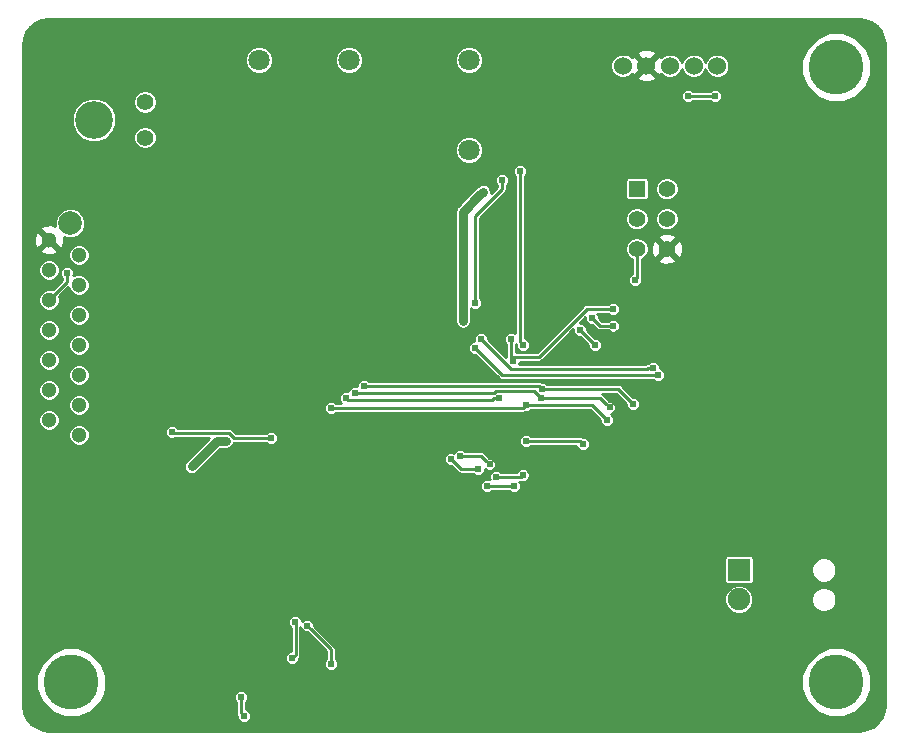
<source format=gbl>
G04 #@! TF.GenerationSoftware,KiCad,Pcbnew,5.0.2-bee76a0~70~ubuntu16.04.1*
G04 #@! TF.CreationDate,2019-03-25T22:48:36-04:00*
G04 #@! TF.ProjectId,BMS_core,424d535f-636f-4726-952e-6b696361645f,rev?*
G04 #@! TF.SameCoordinates,Original*
G04 #@! TF.FileFunction,Copper,L2,Bot*
G04 #@! TF.FilePolarity,Positive*
%FSLAX46Y46*%
G04 Gerber Fmt 4.6, Leading zero omitted, Abs format (unit mm)*
G04 Created by KiCad (PCBNEW 5.0.2-bee76a0~70~ubuntu16.04.1) date Mon 25 Mar 2019 10:48:36 PM EDT*
%MOMM*%
%LPD*%
G01*
G04 APERTURE LIST*
G04 #@! TA.AperFunction,ComponentPad*
%ADD10R,1.400000X1.400000*%
G04 #@! TD*
G04 #@! TA.AperFunction,ComponentPad*
%ADD11C,1.400000*%
G04 #@! TD*
G04 #@! TA.AperFunction,ComponentPad*
%ADD12C,1.524000*%
G04 #@! TD*
G04 #@! TA.AperFunction,ComponentPad*
%ADD13R,1.900000X1.900000*%
G04 #@! TD*
G04 #@! TA.AperFunction,ComponentPad*
%ADD14C,1.900000*%
G04 #@! TD*
G04 #@! TA.AperFunction,ComponentPad*
%ADD15C,3.200000*%
G04 #@! TD*
G04 #@! TA.AperFunction,ComponentPad*
%ADD16C,1.420000*%
G04 #@! TD*
G04 #@! TA.AperFunction,ComponentPad*
%ADD17C,1.300000*%
G04 #@! TD*
G04 #@! TA.AperFunction,ComponentPad*
%ADD18C,2.000000*%
G04 #@! TD*
G04 #@! TA.AperFunction,ComponentPad*
%ADD19C,1.800000*%
G04 #@! TD*
G04 #@! TA.AperFunction,ComponentPad*
%ADD20C,4.648200*%
G04 #@! TD*
G04 #@! TA.AperFunction,ViaPad*
%ADD21C,0.609600*%
G04 #@! TD*
G04 #@! TA.AperFunction,Conductor*
%ADD22C,0.254000*%
G04 #@! TD*
G04 #@! TA.AperFunction,Conductor*
%ADD23C,0.762000*%
G04 #@! TD*
G04 APERTURE END LIST*
D10*
G04 #@! TO.P,J1,1*
G04 #@! TO.N,/MISO*
X95504000Y-62992000D03*
D11*
G04 #@! TO.P,J1,2*
G04 #@! TO.N,VCC*
X98044000Y-62992000D03*
G04 #@! TO.P,J1,3*
G04 #@! TO.N,/SCK*
X95504000Y-65532000D03*
G04 #@! TO.P,J1,4*
G04 #@! TO.N,/MOSI*
X98044000Y-65532000D03*
G04 #@! TO.P,J1,5*
G04 #@! TO.N,/RESET*
X95504000Y-68072000D03*
G04 #@! TO.P,J1,6*
G04 #@! TO.N,GND*
X98044000Y-68072000D03*
G04 #@! TD*
D12*
G04 #@! TO.P,J2,1*
G04 #@! TO.N,VCC*
X94298000Y-52578000D03*
G04 #@! TO.P,J2,2*
G04 #@! TO.N,GND*
X96298000Y-52578000D03*
G04 #@! TO.P,J2,3*
G04 #@! TO.N,/VOUT*
X98298000Y-52578000D03*
G04 #@! TO.P,J2,4*
G04 #@! TO.N,/VREF*
X100298000Y-52578000D03*
G04 #@! TO.P,J2,5*
G04 #@! TO.N,/~OCD*
X102298000Y-52578000D03*
G04 #@! TD*
D13*
G04 #@! TO.P,J3,1*
G04 #@! TO.N,Net-(J3-Pad1)*
X104140000Y-95250000D03*
D14*
G04 #@! TO.P,J3,2*
G04 #@! TO.N,Net-(J3-Pad2)*
X104140000Y-97750000D03*
G04 #@! TD*
D15*
G04 #@! TO.P,J4,*
G04 #@! TO.N,*
X49530000Y-57150000D03*
D16*
G04 #@! TO.P,J4,1*
G04 #@! TO.N,/SHDN_IN(MAIN_PACK->BMS)*
X53850000Y-58650000D03*
G04 #@! TO.P,J4,2*
G04 #@! TO.N,/SHDN_OUT(BMS->IMD)*
X53850000Y-55650000D03*
G04 #@! TD*
D17*
G04 #@! TO.P,J5,5*
G04 #@! TO.N,VCC*
X45720000Y-72390000D03*
G04 #@! TO.P,J5,3*
G04 #@! TO.N,/CANH*
X45720000Y-69850000D03*
G04 #@! TO.P,J5,1*
G04 #@! TO.N,GND*
X45720000Y-67310000D03*
G04 #@! TO.P,J5,7*
G04 #@! TO.N,/MISO*
X45720000Y-74930000D03*
G04 #@! TO.P,J5,2*
G04 #@! TO.N,+12V*
X48260000Y-68580000D03*
G04 #@! TO.P,J5,4*
G04 #@! TO.N,/CANL*
X48260000Y-71120000D03*
G04 #@! TO.P,J5,6*
G04 #@! TO.N,/MOSI*
X48260000Y-73660000D03*
G04 #@! TO.P,J5,8*
G04 #@! TO.N,/SCK*
X48260000Y-76200000D03*
G04 #@! TO.P,J5,9*
G04 #@! TO.N,/RESET*
X45720000Y-77470000D03*
G04 #@! TO.P,J5,10*
G04 #@! TO.N,/RJ45_LED1*
X48260000Y-78740000D03*
G04 #@! TO.P,J5,11*
G04 #@! TO.N,/RJ45_LED2*
X45720000Y-80010000D03*
G04 #@! TO.P,J5,12*
G04 #@! TO.N,/FAN_PWM*
X48260000Y-81280000D03*
G04 #@! TO.P,J5,13*
G04 #@! TO.N,/BMS_SENSE*
X45720000Y-82550000D03*
G04 #@! TO.P,J5,14*
G04 #@! TO.N,/BSPD_CURRENT*
X48260000Y-83820000D03*
D18*
G04 #@! TO.P,J5,15*
G04 #@! TO.N,N/C*
X47520000Y-65910000D03*
G04 #@! TD*
D19*
G04 #@! TO.P,K1,1*
G04 #@! TO.N,Net-(D4-Pad1)*
X81280000Y-52070000D03*
G04 #@! TO.P,K1,2*
G04 #@! TO.N,/SHDN_OUT(BMS->IMD)*
X71120000Y-52070000D03*
G04 #@! TO.P,K1,3*
G04 #@! TO.N,/SHDN_IN(MAIN_PACK->BMS)*
X63500000Y-52070000D03*
G04 #@! TO.P,K1,5*
G04 #@! TO.N,+12V*
X81280000Y-59690000D03*
G04 #@! TD*
D20*
G04 #@! TO.P,REF\002A\002A,1*
G04 #@! TO.N,N/C*
X112395000Y-52705000D03*
G04 #@! TD*
G04 #@! TO.P,REF\002A\002A,1*
G04 #@! TO.N,N/C*
X47625000Y-104775000D03*
G04 #@! TD*
G04 #@! TO.P,REF\002A\002A,1*
G04 #@! TO.N,N/C*
X112395000Y-104775000D03*
G04 #@! TD*
D21*
G04 #@! TO.N,GND*
X51562000Y-92583000D03*
X56388000Y-105029000D03*
X54102000Y-105029000D03*
X54102000Y-103251000D03*
X56388000Y-103251000D03*
X67056000Y-86487000D03*
X51308000Y-86995000D03*
X72644000Y-95377000D03*
X71628000Y-96393000D03*
X71628000Y-94615000D03*
X71374000Y-93599000D03*
X72644000Y-93599000D03*
X72644000Y-97409000D03*
X71628000Y-98425000D03*
X74622257Y-78963742D03*
X58420000Y-72390000D03*
X88358147Y-50971166D03*
X89120147Y-50971166D03*
X87596147Y-50971166D03*
X83642210Y-102616000D03*
X81026000Y-103378000D03*
X80164105Y-94815402D03*
X79743511Y-96393383D03*
X83131257Y-69057742D03*
X86433257Y-65755742D03*
X90243257Y-70835742D03*
X79248000Y-77978000D03*
X59182000Y-82804000D03*
X57658000Y-66227809D03*
X71374000Y-67564000D03*
X71374000Y-69850000D03*
X71374000Y-72390000D03*
X65532000Y-82804000D03*
X80772000Y-90424000D03*
X93649790Y-77464582D03*
X90370257Y-77647790D03*
X109728000Y-57658000D03*
X96012000Y-58674000D03*
X105145611Y-62882108D03*
G04 #@! TO.N,VCC*
X47244000Y-70104000D03*
X60706000Y-84328000D03*
X57809382Y-86487000D03*
X80772000Y-74168000D03*
X82468890Y-63246000D03*
G04 #@! TO.N,/MISO*
X71628000Y-80264000D03*
X87376000Y-80695790D03*
X93185901Y-81501901D03*
G04 #@! TO.N,/MOSI*
X72390000Y-79679790D03*
X87446459Y-79937042D03*
X95155099Y-81185099D03*
G04 #@! TO.N,/SCK*
X84836000Y-75692000D03*
X83820000Y-80695790D03*
X70866000Y-80695790D03*
X93472000Y-73152000D03*
X84995099Y-77564901D03*
G04 #@! TO.N,/RESET*
X69596000Y-81534000D03*
X86106000Y-81280000D03*
X92964000Y-82550000D03*
X95344901Y-70706901D03*
G04 #@! TO.N,Net-(C102-Pad2)*
X66294000Y-102743000D03*
X66548000Y-99695000D03*
G04 #@! TO.N,Net-(C103-Pad1)*
X67580000Y-99965000D03*
X69596000Y-103251000D03*
G04 #@! TO.N,Net-(R102-Pad1)*
X61976000Y-106045000D03*
X62230000Y-107645200D03*
G04 #@! TO.N,/FAN_PWM_RAW*
X80518000Y-85598000D03*
X83025901Y-86327901D03*
G04 #@! TO.N,/MISO_iso*
X83566000Y-87376000D03*
X85823534Y-87248991D03*
X91948000Y-76200000D03*
X90678000Y-74930000D03*
G04 #@! TO.N,/MOSI_iso*
X82804000Y-88138000D03*
X85090000Y-88138000D03*
X91694000Y-73914000D03*
X93472000Y-74574411D03*
G04 #@! TO.N,/VREF*
X82296000Y-75692000D03*
X96850210Y-78155790D03*
G04 #@! TO.N,/VOUT*
X81788000Y-76454000D03*
X97303131Y-78768591D03*
X102108000Y-55118000D03*
X99822000Y-55118000D03*
G04 #@! TO.N,/BMS_SENSE*
X64516000Y-84074000D03*
X56134000Y-83566000D03*
G04 #@! TO.N,/RELAY_DRIVE*
X85852000Y-76200000D03*
X85598000Y-61468000D03*
G04 #@! TO.N,/BSPD_CURRENT*
X79756000Y-85852000D03*
X82042000Y-86690210D03*
X86106000Y-84328000D03*
X90932000Y-84582000D03*
G04 #@! TO.N,/~OCD*
X84074000Y-62230000D03*
X81788000Y-72644000D03*
G04 #@! TD*
D22*
G04 #@! TO.N,VCC*
X47244000Y-70866000D02*
X47244000Y-70104000D01*
X45720000Y-72390000D02*
X47244000Y-70866000D01*
D23*
X59968382Y-84328000D02*
X57809382Y-86487000D01*
X60706000Y-84328000D02*
X59968382Y-84328000D01*
X82164091Y-63550799D02*
X82468890Y-63246000D01*
X80772000Y-64942890D02*
X82164091Y-63550799D01*
X80772000Y-74168000D02*
X80772000Y-64942890D01*
D22*
G04 #@! TO.N,/MISO*
X83539583Y-80111589D02*
X86791799Y-80111589D01*
X86791799Y-80111589D02*
X87071201Y-80390991D01*
X87071201Y-80390991D02*
X87376000Y-80695790D01*
X83387172Y-80264000D02*
X83539583Y-80111589D01*
X71628000Y-80264000D02*
X83387172Y-80264000D01*
X92379790Y-80695790D02*
X92881102Y-81197102D01*
X87376000Y-80695790D02*
X92379790Y-80695790D01*
X92881102Y-81197102D02*
X93185901Y-81501901D01*
G04 #@! TO.N,/MOSI*
X72390000Y-79679790D02*
X87189207Y-79679790D01*
X87189207Y-79679790D02*
X87446459Y-79937042D01*
X87446459Y-79937042D02*
X93907042Y-79937042D01*
X94850300Y-80880300D02*
X95155099Y-81185099D01*
X93907042Y-79937042D02*
X94850300Y-80880300D01*
G04 #@! TO.N,/SCK*
X84836000Y-75692000D02*
X84836000Y-77216000D01*
X71043799Y-80873589D02*
X83211149Y-80873589D01*
X83211149Y-80873589D02*
X83388948Y-80695790D01*
X83388948Y-80695790D02*
X83820000Y-80695790D01*
X70866000Y-80695790D02*
X71043799Y-80873589D01*
X87198948Y-77216000D02*
X91262948Y-73152000D01*
X84836000Y-77216000D02*
X87198948Y-77216000D01*
X91262948Y-73152000D02*
X93040948Y-73152000D01*
X93040948Y-73152000D02*
X93472000Y-73152000D01*
X84836000Y-77405802D02*
X84995099Y-77564901D01*
X84836000Y-77216000D02*
X84836000Y-77405802D01*
G04 #@! TO.N,/RESET*
X69596000Y-81534000D02*
X85852000Y-81534000D01*
X85852000Y-81534000D02*
X86106000Y-81280000D01*
X91694000Y-81280000D02*
X92964000Y-82550000D01*
X86106000Y-81280000D02*
X91694000Y-81280000D01*
X95504000Y-68072000D02*
X95504000Y-70547802D01*
X95504000Y-70547802D02*
X95344901Y-70706901D01*
G04 #@! TO.N,Net-(C102-Pad2)*
X66598799Y-99951097D02*
X66598799Y-102438201D01*
X66548000Y-99695000D02*
X66598799Y-99951097D01*
X66598799Y-102438201D02*
X66294000Y-102743000D01*
G04 #@! TO.N,Net-(C103-Pad1)*
X67580000Y-99965000D02*
X67884799Y-100269799D01*
X69596000Y-101981000D02*
X69596000Y-103251000D01*
X67884799Y-100269799D02*
X69596000Y-101981000D01*
G04 #@! TO.N,Net-(R102-Pad1)*
X61976000Y-107391200D02*
X62230000Y-107645200D01*
X61976000Y-106045000D02*
X61976000Y-107391200D01*
G04 #@! TO.N,/FAN_PWM_RAW*
X82721102Y-86023102D02*
X83025901Y-86327901D01*
X80518000Y-85598000D02*
X82296000Y-85598000D01*
X82296000Y-85598000D02*
X82721102Y-86023102D01*
G04 #@! TO.N,/MISO_iso*
X83566000Y-87376000D02*
X85696525Y-87376000D01*
X85696525Y-87376000D02*
X85823534Y-87248991D01*
X91948000Y-76200000D02*
X90678000Y-74930000D01*
G04 #@! TO.N,/MOSI_iso*
X82804000Y-88138000D02*
X85090000Y-88138000D01*
X91694000Y-73914000D02*
X92354411Y-74574411D01*
X92354411Y-74574411D02*
X93040948Y-74574411D01*
X93040948Y-74574411D02*
X93472000Y-74574411D01*
G04 #@! TO.N,/VREF*
X84836000Y-78232000D02*
X96342948Y-78232000D01*
X96419158Y-78155790D02*
X96850210Y-78155790D01*
X96342948Y-78232000D02*
X96419158Y-78155790D01*
X82296000Y-75692000D02*
X84836000Y-78232000D01*
G04 #@! TO.N,/VOUT*
X81788000Y-76454000D02*
X84102591Y-78768591D01*
X96872079Y-78768591D02*
X97303131Y-78768591D01*
X84102591Y-78768591D02*
X96872079Y-78768591D01*
X102108000Y-55118000D02*
X99822000Y-55118000D01*
G04 #@! TO.N,/BMS_SENSE*
X60979550Y-83667590D02*
X56235594Y-83667594D01*
X61385960Y-84074000D02*
X60979550Y-83667590D01*
X64516000Y-84074000D02*
X61385960Y-84074000D01*
X56235594Y-83667594D02*
X56134000Y-83566000D01*
G04 #@! TO.N,/RELAY_DRIVE*
X85598000Y-75946000D02*
X85598000Y-61468000D01*
X85852000Y-76200000D02*
X85598000Y-75946000D01*
G04 #@! TO.N,/BSPD_CURRENT*
X79756000Y-85852000D02*
X80594210Y-86690210D01*
X81610948Y-86690210D02*
X82042000Y-86690210D01*
X80594210Y-86690210D02*
X81610948Y-86690210D01*
X90678000Y-84328000D02*
X90932000Y-84582000D01*
X86106000Y-84328000D02*
X90678000Y-84328000D01*
G04 #@! TO.N,/~OCD*
X84074000Y-62230000D02*
X84074000Y-62992000D01*
X84074000Y-62992000D02*
X81788000Y-65278000D01*
X81788000Y-65278000D02*
X81788000Y-72644000D01*
G04 #@! TD*
G04 #@! TO.N,GND*
G36*
X114842834Y-48685792D02*
X115351563Y-48887212D01*
X115794219Y-49208821D01*
X116142985Y-49630406D01*
X116375950Y-50125482D01*
X116481639Y-50679525D01*
X116485600Y-50805563D01*
X116485601Y-106657698D01*
X116414208Y-107222834D01*
X116212787Y-107731566D01*
X115891180Y-108174219D01*
X115469594Y-108522985D01*
X114974517Y-108755950D01*
X114420475Y-108861639D01*
X114294437Y-108865600D01*
X45742294Y-108865600D01*
X45177166Y-108794208D01*
X44668434Y-108592787D01*
X44225781Y-108271180D01*
X43877015Y-107849594D01*
X43644050Y-107354517D01*
X43538361Y-106800475D01*
X43534400Y-106674437D01*
X43534400Y-104186398D01*
X44665900Y-104186398D01*
X44665900Y-105363602D01*
X45116396Y-106451195D01*
X45948805Y-107283604D01*
X47036398Y-107734100D01*
X48213602Y-107734100D01*
X49301195Y-107283604D01*
X50133604Y-106451195D01*
X50349989Y-105928795D01*
X61391800Y-105928795D01*
X61391800Y-106161205D01*
X61480739Y-106375923D01*
X61569600Y-106464784D01*
X61569601Y-107351177D01*
X61561640Y-107391200D01*
X61593181Y-107549769D01*
X61645800Y-107628518D01*
X61645800Y-107761405D01*
X61734739Y-107976123D01*
X61899077Y-108140461D01*
X62113795Y-108229400D01*
X62346205Y-108229400D01*
X62560923Y-108140461D01*
X62725261Y-107976123D01*
X62814200Y-107761405D01*
X62814200Y-107528995D01*
X62725261Y-107314277D01*
X62560923Y-107149939D01*
X62382400Y-107075992D01*
X62382400Y-106464784D01*
X62471261Y-106375923D01*
X62560200Y-106161205D01*
X62560200Y-105928795D01*
X62471261Y-105714077D01*
X62306923Y-105549739D01*
X62092205Y-105460800D01*
X61859795Y-105460800D01*
X61645077Y-105549739D01*
X61480739Y-105714077D01*
X61391800Y-105928795D01*
X50349989Y-105928795D01*
X50584100Y-105363602D01*
X50584100Y-104186398D01*
X109435900Y-104186398D01*
X109435900Y-105363602D01*
X109886396Y-106451195D01*
X110718805Y-107283604D01*
X111806398Y-107734100D01*
X112983602Y-107734100D01*
X114071195Y-107283604D01*
X114903604Y-106451195D01*
X115354100Y-105363602D01*
X115354100Y-104186398D01*
X114903604Y-103098805D01*
X114071195Y-102266396D01*
X112983602Y-101815900D01*
X111806398Y-101815900D01*
X110718805Y-102266396D01*
X109886396Y-103098805D01*
X109435900Y-104186398D01*
X50584100Y-104186398D01*
X50133604Y-103098805D01*
X49661594Y-102626795D01*
X65709800Y-102626795D01*
X65709800Y-102859205D01*
X65798739Y-103073923D01*
X65963077Y-103238261D01*
X66177795Y-103327200D01*
X66410205Y-103327200D01*
X66624923Y-103238261D01*
X66789261Y-103073923D01*
X66878200Y-102859205D01*
X66878200Y-102740283D01*
X66891796Y-102731198D01*
X66981619Y-102596770D01*
X67005199Y-102478224D01*
X67005199Y-102478219D01*
X67013159Y-102438201D01*
X67005199Y-102398183D01*
X67005199Y-100103896D01*
X67084739Y-100295923D01*
X67249077Y-100460261D01*
X67463795Y-100549200D01*
X67589464Y-100549200D01*
X67625731Y-100585467D01*
X67625734Y-100585469D01*
X69189600Y-102149336D01*
X69189601Y-102831215D01*
X69100739Y-102920077D01*
X69011800Y-103134795D01*
X69011800Y-103367205D01*
X69100739Y-103581923D01*
X69265077Y-103746261D01*
X69479795Y-103835200D01*
X69712205Y-103835200D01*
X69926923Y-103746261D01*
X70091261Y-103581923D01*
X70180200Y-103367205D01*
X70180200Y-103134795D01*
X70091261Y-102920077D01*
X70002400Y-102831216D01*
X70002400Y-102021019D01*
X70010360Y-101981000D01*
X70002400Y-101940978D01*
X70002400Y-101940977D01*
X69978820Y-101822431D01*
X69978820Y-101822430D01*
X69911668Y-101721932D01*
X69888997Y-101688003D01*
X69855069Y-101665333D01*
X68200469Y-100010734D01*
X68200467Y-100010731D01*
X68164200Y-99974464D01*
X68164200Y-99848795D01*
X68075261Y-99634077D01*
X67910923Y-99469739D01*
X67696205Y-99380800D01*
X67463795Y-99380800D01*
X67249077Y-99469739D01*
X67132200Y-99586616D01*
X67132200Y-99578795D01*
X67043261Y-99364077D01*
X66878923Y-99199739D01*
X66664205Y-99110800D01*
X66431795Y-99110800D01*
X66217077Y-99199739D01*
X66052739Y-99364077D01*
X65963800Y-99578795D01*
X65963800Y-99811205D01*
X66052739Y-100025923D01*
X66192399Y-100165583D01*
X66192400Y-102158800D01*
X66177795Y-102158800D01*
X65963077Y-102247739D01*
X65798739Y-102412077D01*
X65709800Y-102626795D01*
X49661594Y-102626795D01*
X49301195Y-102266396D01*
X48213602Y-101815900D01*
X47036398Y-101815900D01*
X45948805Y-102266396D01*
X45116396Y-103098805D01*
X44665900Y-104186398D01*
X43534400Y-104186398D01*
X43534400Y-97505457D01*
X102910600Y-97505457D01*
X102910600Y-97994543D01*
X103097765Y-98446399D01*
X103443601Y-98792235D01*
X103895457Y-98979400D01*
X104384543Y-98979400D01*
X104836399Y-98792235D01*
X105182235Y-98446399D01*
X105369400Y-97994543D01*
X105369400Y-97535294D01*
X110240600Y-97535294D01*
X110240600Y-97964706D01*
X110404929Y-98361431D01*
X110708569Y-98665071D01*
X111105294Y-98829400D01*
X111534706Y-98829400D01*
X111931431Y-98665071D01*
X112235071Y-98361431D01*
X112399400Y-97964706D01*
X112399400Y-97535294D01*
X112235071Y-97138569D01*
X111931431Y-96834929D01*
X111534706Y-96670600D01*
X111105294Y-96670600D01*
X110708569Y-96834929D01*
X110404929Y-97138569D01*
X110240600Y-97535294D01*
X105369400Y-97535294D01*
X105369400Y-97505457D01*
X105182235Y-97053601D01*
X104836399Y-96707765D01*
X104384543Y-96520600D01*
X103895457Y-96520600D01*
X103443601Y-96707765D01*
X103097765Y-97053601D01*
X102910600Y-97505457D01*
X43534400Y-97505457D01*
X43534400Y-94300000D01*
X102905127Y-94300000D01*
X102905127Y-96200000D01*
X102926812Y-96309016D01*
X102988564Y-96401436D01*
X103080984Y-96463188D01*
X103190000Y-96484873D01*
X105090000Y-96484873D01*
X105199016Y-96463188D01*
X105291436Y-96401436D01*
X105353188Y-96309016D01*
X105374873Y-96200000D01*
X105374873Y-95035294D01*
X110240600Y-95035294D01*
X110240600Y-95464706D01*
X110404929Y-95861431D01*
X110708569Y-96165071D01*
X111105294Y-96329400D01*
X111534706Y-96329400D01*
X111931431Y-96165071D01*
X112235071Y-95861431D01*
X112399400Y-95464706D01*
X112399400Y-95035294D01*
X112235071Y-94638569D01*
X111931431Y-94334929D01*
X111534706Y-94170600D01*
X111105294Y-94170600D01*
X110708569Y-94334929D01*
X110404929Y-94638569D01*
X110240600Y-95035294D01*
X105374873Y-95035294D01*
X105374873Y-94300000D01*
X105353188Y-94190984D01*
X105291436Y-94098564D01*
X105199016Y-94036812D01*
X105090000Y-94015127D01*
X103190000Y-94015127D01*
X103080984Y-94036812D01*
X102988564Y-94098564D01*
X102926812Y-94190984D01*
X102905127Y-94300000D01*
X43534400Y-94300000D01*
X43534400Y-88021795D01*
X82219800Y-88021795D01*
X82219800Y-88254205D01*
X82308739Y-88468923D01*
X82473077Y-88633261D01*
X82687795Y-88722200D01*
X82920205Y-88722200D01*
X83134923Y-88633261D01*
X83223784Y-88544400D01*
X84670216Y-88544400D01*
X84759077Y-88633261D01*
X84973795Y-88722200D01*
X85206205Y-88722200D01*
X85420923Y-88633261D01*
X85585261Y-88468923D01*
X85674200Y-88254205D01*
X85674200Y-88021795D01*
X85585261Y-87807077D01*
X85560584Y-87782400D01*
X85584709Y-87782400D01*
X85707329Y-87833191D01*
X85939739Y-87833191D01*
X86154457Y-87744252D01*
X86318795Y-87579914D01*
X86407734Y-87365196D01*
X86407734Y-87132786D01*
X86318795Y-86918068D01*
X86154457Y-86753730D01*
X85939739Y-86664791D01*
X85707329Y-86664791D01*
X85492611Y-86753730D01*
X85328273Y-86918068D01*
X85306928Y-86969600D01*
X83985784Y-86969600D01*
X83896923Y-86880739D01*
X83682205Y-86791800D01*
X83449795Y-86791800D01*
X83235077Y-86880739D01*
X83070739Y-87045077D01*
X82981800Y-87259795D01*
X82981800Y-87492205D01*
X83025354Y-87597354D01*
X82920205Y-87553800D01*
X82687795Y-87553800D01*
X82473077Y-87642739D01*
X82308739Y-87807077D01*
X82219800Y-88021795D01*
X43534400Y-88021795D01*
X43534400Y-83635131D01*
X47330600Y-83635131D01*
X47330600Y-84004869D01*
X47472093Y-84346463D01*
X47733537Y-84607907D01*
X48075131Y-84749400D01*
X48444869Y-84749400D01*
X48786463Y-84607907D01*
X49047907Y-84346463D01*
X49189400Y-84004869D01*
X49189400Y-83635131D01*
X49112632Y-83449795D01*
X55549800Y-83449795D01*
X55549800Y-83682205D01*
X55638739Y-83896923D01*
X55803077Y-84061261D01*
X56017795Y-84150200D01*
X56250205Y-84150200D01*
X56434183Y-84073994D01*
X59288444Y-84073991D01*
X57296417Y-86066020D01*
X57187300Y-86229325D01*
X57136044Y-86487000D01*
X57187300Y-86744675D01*
X57333261Y-86963121D01*
X57551707Y-87109082D01*
X57809382Y-87160338D01*
X58067057Y-87109082D01*
X58230362Y-86999965D01*
X59494533Y-85735795D01*
X79171800Y-85735795D01*
X79171800Y-85968205D01*
X79260739Y-86182923D01*
X79425077Y-86347261D01*
X79639795Y-86436200D01*
X79765465Y-86436200D01*
X80278542Y-86949278D01*
X80301213Y-86983207D01*
X80435641Y-87073030D01*
X80554187Y-87096610D01*
X80554192Y-87096610D01*
X80594210Y-87104570D01*
X80634228Y-87096610D01*
X81622216Y-87096610D01*
X81711077Y-87185471D01*
X81925795Y-87274410D01*
X82158205Y-87274410D01*
X82372923Y-87185471D01*
X82537261Y-87021133D01*
X82626200Y-86806415D01*
X82626200Y-86754384D01*
X82694978Y-86823162D01*
X82909696Y-86912101D01*
X83142106Y-86912101D01*
X83356824Y-86823162D01*
X83521162Y-86658824D01*
X83610101Y-86444106D01*
X83610101Y-86211696D01*
X83521162Y-85996978D01*
X83356824Y-85832640D01*
X83142106Y-85743701D01*
X83016437Y-85743701D01*
X82611669Y-85338934D01*
X82588997Y-85305003D01*
X82454569Y-85215180D01*
X82336023Y-85191600D01*
X82336018Y-85191600D01*
X82296000Y-85183640D01*
X82255982Y-85191600D01*
X80937784Y-85191600D01*
X80848923Y-85102739D01*
X80634205Y-85013800D01*
X80401795Y-85013800D01*
X80187077Y-85102739D01*
X80022739Y-85267077D01*
X80000438Y-85320916D01*
X79872205Y-85267800D01*
X79639795Y-85267800D01*
X79425077Y-85356739D01*
X79260739Y-85521077D01*
X79171800Y-85735795D01*
X59494533Y-85735795D01*
X60241929Y-84988400D01*
X60771043Y-84988400D01*
X60963675Y-84950083D01*
X61182122Y-84804122D01*
X61328083Y-84585675D01*
X61348906Y-84480990D01*
X61385960Y-84488360D01*
X61425979Y-84480400D01*
X64096216Y-84480400D01*
X64185077Y-84569261D01*
X64399795Y-84658200D01*
X64632205Y-84658200D01*
X64846923Y-84569261D01*
X65011261Y-84404923D01*
X65091257Y-84211795D01*
X85521800Y-84211795D01*
X85521800Y-84444205D01*
X85610739Y-84658923D01*
X85775077Y-84823261D01*
X85989795Y-84912200D01*
X86222205Y-84912200D01*
X86436923Y-84823261D01*
X86525784Y-84734400D01*
X90362792Y-84734400D01*
X90436739Y-84912923D01*
X90601077Y-85077261D01*
X90815795Y-85166200D01*
X91048205Y-85166200D01*
X91262923Y-85077261D01*
X91427261Y-84912923D01*
X91516200Y-84698205D01*
X91516200Y-84465795D01*
X91427261Y-84251077D01*
X91262923Y-84086739D01*
X91048205Y-83997800D01*
X90915319Y-83997800D01*
X90836569Y-83945180D01*
X90718023Y-83921600D01*
X90718018Y-83921600D01*
X90678000Y-83913640D01*
X90637982Y-83921600D01*
X86525784Y-83921600D01*
X86436923Y-83832739D01*
X86222205Y-83743800D01*
X85989795Y-83743800D01*
X85775077Y-83832739D01*
X85610739Y-83997077D01*
X85521800Y-84211795D01*
X65091257Y-84211795D01*
X65100200Y-84190205D01*
X65100200Y-83957795D01*
X65011261Y-83743077D01*
X64846923Y-83578739D01*
X64632205Y-83489800D01*
X64399795Y-83489800D01*
X64185077Y-83578739D01*
X64096216Y-83667600D01*
X61554296Y-83667600D01*
X61295216Y-83408521D01*
X61272546Y-83374593D01*
X61138118Y-83284770D01*
X61019572Y-83261190D01*
X61019568Y-83261190D01*
X60979550Y-83253230D01*
X60939532Y-83261190D01*
X56640079Y-83261195D01*
X56629261Y-83235077D01*
X56464923Y-83070739D01*
X56250205Y-82981800D01*
X56017795Y-82981800D01*
X55803077Y-83070739D01*
X55638739Y-83235077D01*
X55549800Y-83449795D01*
X49112632Y-83449795D01*
X49047907Y-83293537D01*
X48786463Y-83032093D01*
X48444869Y-82890600D01*
X48075131Y-82890600D01*
X47733537Y-83032093D01*
X47472093Y-83293537D01*
X47330600Y-83635131D01*
X43534400Y-83635131D01*
X43534400Y-82365131D01*
X44790600Y-82365131D01*
X44790600Y-82734869D01*
X44932093Y-83076463D01*
X45193537Y-83337907D01*
X45535131Y-83479400D01*
X45904869Y-83479400D01*
X46246463Y-83337907D01*
X46507907Y-83076463D01*
X46649400Y-82734869D01*
X46649400Y-82365131D01*
X46507907Y-82023537D01*
X46246463Y-81762093D01*
X45904869Y-81620600D01*
X45535131Y-81620600D01*
X45193537Y-81762093D01*
X44932093Y-82023537D01*
X44790600Y-82365131D01*
X43534400Y-82365131D01*
X43534400Y-81095131D01*
X47330600Y-81095131D01*
X47330600Y-81464869D01*
X47472093Y-81806463D01*
X47733537Y-82067907D01*
X48075131Y-82209400D01*
X48444869Y-82209400D01*
X48786463Y-82067907D01*
X49047907Y-81806463D01*
X49189400Y-81464869D01*
X49189400Y-81417795D01*
X69011800Y-81417795D01*
X69011800Y-81650205D01*
X69100739Y-81864923D01*
X69265077Y-82029261D01*
X69479795Y-82118200D01*
X69712205Y-82118200D01*
X69926923Y-82029261D01*
X70015784Y-81940400D01*
X85811982Y-81940400D01*
X85852000Y-81948360D01*
X85892018Y-81940400D01*
X85892023Y-81940400D01*
X86010569Y-81916820D01*
X86089319Y-81864200D01*
X86222205Y-81864200D01*
X86436923Y-81775261D01*
X86525784Y-81686400D01*
X91525665Y-81686400D01*
X92379800Y-82540536D01*
X92379800Y-82666205D01*
X92468739Y-82880923D01*
X92633077Y-83045261D01*
X92847795Y-83134200D01*
X93080205Y-83134200D01*
X93294923Y-83045261D01*
X93459261Y-82880923D01*
X93548200Y-82666205D01*
X93548200Y-82433795D01*
X93459261Y-82219077D01*
X93319203Y-82079019D01*
X93516824Y-81997162D01*
X93681162Y-81832824D01*
X93770101Y-81618106D01*
X93770101Y-81385696D01*
X93681162Y-81170978D01*
X93516824Y-81006640D01*
X93302106Y-80917701D01*
X93176437Y-80917701D01*
X92695460Y-80436724D01*
X92672787Y-80402793D01*
X92583963Y-80343442D01*
X93738707Y-80343442D01*
X94570899Y-81175635D01*
X94570899Y-81301304D01*
X94659838Y-81516022D01*
X94824176Y-81680360D01*
X95038894Y-81769299D01*
X95271304Y-81769299D01*
X95486022Y-81680360D01*
X95650360Y-81516022D01*
X95739299Y-81301304D01*
X95739299Y-81068894D01*
X95650360Y-80854176D01*
X95486022Y-80689838D01*
X95271304Y-80600899D01*
X95145635Y-80600899D01*
X94222712Y-79677977D01*
X94200039Y-79644045D01*
X94065611Y-79554222D01*
X93947065Y-79530642D01*
X93947060Y-79530642D01*
X93907042Y-79522682D01*
X93867024Y-79530642D01*
X87866243Y-79530642D01*
X87777382Y-79441781D01*
X87562664Y-79352842D01*
X87431393Y-79352842D01*
X87347776Y-79296970D01*
X87229230Y-79273390D01*
X87229225Y-79273390D01*
X87189207Y-79265430D01*
X87149189Y-79273390D01*
X72809784Y-79273390D01*
X72720923Y-79184529D01*
X72506205Y-79095590D01*
X72273795Y-79095590D01*
X72059077Y-79184529D01*
X71894739Y-79348867D01*
X71805800Y-79563585D01*
X71805800Y-79705313D01*
X71744205Y-79679800D01*
X71511795Y-79679800D01*
X71297077Y-79768739D01*
X71132739Y-79933077D01*
X71047580Y-80138669D01*
X70982205Y-80111590D01*
X70749795Y-80111590D01*
X70535077Y-80200529D01*
X70370739Y-80364867D01*
X70281800Y-80579585D01*
X70281800Y-80811995D01*
X70370739Y-81026713D01*
X70471626Y-81127600D01*
X70015784Y-81127600D01*
X69926923Y-81038739D01*
X69712205Y-80949800D01*
X69479795Y-80949800D01*
X69265077Y-81038739D01*
X69100739Y-81203077D01*
X69011800Y-81417795D01*
X49189400Y-81417795D01*
X49189400Y-81095131D01*
X49047907Y-80753537D01*
X48786463Y-80492093D01*
X48444869Y-80350600D01*
X48075131Y-80350600D01*
X47733537Y-80492093D01*
X47472093Y-80753537D01*
X47330600Y-81095131D01*
X43534400Y-81095131D01*
X43534400Y-79825131D01*
X44790600Y-79825131D01*
X44790600Y-80194869D01*
X44932093Y-80536463D01*
X45193537Y-80797907D01*
X45535131Y-80939400D01*
X45904869Y-80939400D01*
X46246463Y-80797907D01*
X46507907Y-80536463D01*
X46649400Y-80194869D01*
X46649400Y-79825131D01*
X46507907Y-79483537D01*
X46246463Y-79222093D01*
X45904869Y-79080600D01*
X45535131Y-79080600D01*
X45193537Y-79222093D01*
X44932093Y-79483537D01*
X44790600Y-79825131D01*
X43534400Y-79825131D01*
X43534400Y-78555131D01*
X47330600Y-78555131D01*
X47330600Y-78924869D01*
X47472093Y-79266463D01*
X47733537Y-79527907D01*
X48075131Y-79669400D01*
X48444869Y-79669400D01*
X48786463Y-79527907D01*
X49047907Y-79266463D01*
X49189400Y-78924869D01*
X49189400Y-78555131D01*
X49047907Y-78213537D01*
X48786463Y-77952093D01*
X48444869Y-77810600D01*
X48075131Y-77810600D01*
X47733537Y-77952093D01*
X47472093Y-78213537D01*
X47330600Y-78555131D01*
X43534400Y-78555131D01*
X43534400Y-77285131D01*
X44790600Y-77285131D01*
X44790600Y-77654869D01*
X44932093Y-77996463D01*
X45193537Y-78257907D01*
X45535131Y-78399400D01*
X45904869Y-78399400D01*
X46246463Y-78257907D01*
X46507907Y-77996463D01*
X46649400Y-77654869D01*
X46649400Y-77285131D01*
X46507907Y-76943537D01*
X46246463Y-76682093D01*
X45904869Y-76540600D01*
X45535131Y-76540600D01*
X45193537Y-76682093D01*
X44932093Y-76943537D01*
X44790600Y-77285131D01*
X43534400Y-77285131D01*
X43534400Y-76015131D01*
X47330600Y-76015131D01*
X47330600Y-76384869D01*
X47472093Y-76726463D01*
X47733537Y-76987907D01*
X48075131Y-77129400D01*
X48444869Y-77129400D01*
X48786463Y-76987907D01*
X49047907Y-76726463D01*
X49189400Y-76384869D01*
X49189400Y-76337795D01*
X81203800Y-76337795D01*
X81203800Y-76570205D01*
X81292739Y-76784923D01*
X81457077Y-76949261D01*
X81671795Y-77038200D01*
X81797465Y-77038200D01*
X83786923Y-79027659D01*
X83809594Y-79061588D01*
X83944022Y-79151411D01*
X84062568Y-79174991D01*
X84062573Y-79174991D01*
X84102591Y-79182951D01*
X84142609Y-79174991D01*
X96883347Y-79174991D01*
X96972208Y-79263852D01*
X97186926Y-79352791D01*
X97419336Y-79352791D01*
X97634054Y-79263852D01*
X97798392Y-79099514D01*
X97887331Y-78884796D01*
X97887331Y-78652386D01*
X97798392Y-78437668D01*
X97634054Y-78273330D01*
X97434410Y-78190635D01*
X97434410Y-78039585D01*
X97345471Y-77824867D01*
X97181133Y-77660529D01*
X96966415Y-77571590D01*
X96734005Y-77571590D01*
X96519287Y-77660529D01*
X96435196Y-77744620D01*
X96419157Y-77741430D01*
X96379139Y-77749390D01*
X96379135Y-77749390D01*
X96260589Y-77772970D01*
X96181824Y-77825600D01*
X85519448Y-77825600D01*
X85579299Y-77681106D01*
X85579299Y-77622400D01*
X87158930Y-77622400D01*
X87198948Y-77630360D01*
X87238966Y-77622400D01*
X87238971Y-77622400D01*
X87357517Y-77598820D01*
X87491945Y-77508997D01*
X87514618Y-77475065D01*
X90093800Y-74895884D01*
X90093800Y-75046205D01*
X90182739Y-75260923D01*
X90347077Y-75425261D01*
X90561795Y-75514200D01*
X90687465Y-75514200D01*
X91363800Y-76190536D01*
X91363800Y-76316205D01*
X91452739Y-76530923D01*
X91617077Y-76695261D01*
X91831795Y-76784200D01*
X92064205Y-76784200D01*
X92278923Y-76695261D01*
X92443261Y-76530923D01*
X92532200Y-76316205D01*
X92532200Y-76083795D01*
X92443261Y-75869077D01*
X92278923Y-75704739D01*
X92064205Y-75615800D01*
X91938536Y-75615800D01*
X91262200Y-74939465D01*
X91262200Y-74813795D01*
X91173261Y-74599077D01*
X91008923Y-74434739D01*
X90794205Y-74345800D01*
X90643884Y-74345800D01*
X91109800Y-73879884D01*
X91109800Y-74030205D01*
X91198739Y-74244923D01*
X91363077Y-74409261D01*
X91577795Y-74498200D01*
X91703465Y-74498200D01*
X92038743Y-74833479D01*
X92061414Y-74867408D01*
X92195842Y-74957231D01*
X92314388Y-74980811D01*
X92314392Y-74980811D01*
X92354410Y-74988771D01*
X92394428Y-74980811D01*
X93052216Y-74980811D01*
X93141077Y-75069672D01*
X93355795Y-75158611D01*
X93588205Y-75158611D01*
X93802923Y-75069672D01*
X93967261Y-74905334D01*
X94056200Y-74690616D01*
X94056200Y-74458206D01*
X93967261Y-74243488D01*
X93802923Y-74079150D01*
X93588205Y-73990211D01*
X93355795Y-73990211D01*
X93141077Y-74079150D01*
X93052216Y-74168011D01*
X92522747Y-74168011D01*
X92278200Y-73923465D01*
X92278200Y-73797795D01*
X92189261Y-73583077D01*
X92164584Y-73558400D01*
X93052216Y-73558400D01*
X93141077Y-73647261D01*
X93355795Y-73736200D01*
X93588205Y-73736200D01*
X93802923Y-73647261D01*
X93967261Y-73482923D01*
X94056200Y-73268205D01*
X94056200Y-73035795D01*
X93967261Y-72821077D01*
X93802923Y-72656739D01*
X93588205Y-72567800D01*
X93355795Y-72567800D01*
X93141077Y-72656739D01*
X93052216Y-72745600D01*
X91302966Y-72745600D01*
X91262948Y-72737640D01*
X91222930Y-72745600D01*
X91222925Y-72745600D01*
X91104379Y-72769180D01*
X90969951Y-72859003D01*
X90947280Y-72892932D01*
X87030613Y-76809600D01*
X85242400Y-76809600D01*
X85242400Y-76145305D01*
X85267800Y-76183319D01*
X85267800Y-76316205D01*
X85356739Y-76530923D01*
X85521077Y-76695261D01*
X85735795Y-76784200D01*
X85968205Y-76784200D01*
X86182923Y-76695261D01*
X86347261Y-76530923D01*
X86436200Y-76316205D01*
X86436200Y-76083795D01*
X86347261Y-75869077D01*
X86182923Y-75704739D01*
X86004400Y-75630792D01*
X86004400Y-67877185D01*
X94524600Y-67877185D01*
X94524600Y-68266815D01*
X94673704Y-68626786D01*
X94949214Y-68902296D01*
X95097600Y-68963759D01*
X95097601Y-70177002D01*
X95013978Y-70211640D01*
X94849640Y-70375978D01*
X94760701Y-70590696D01*
X94760701Y-70823106D01*
X94849640Y-71037824D01*
X95013978Y-71202162D01*
X95228696Y-71291101D01*
X95461106Y-71291101D01*
X95675824Y-71202162D01*
X95840162Y-71037824D01*
X95929101Y-70823106D01*
X95929101Y-70590696D01*
X95916081Y-70559262D01*
X95918360Y-70547802D01*
X95910400Y-70507784D01*
X95910400Y-69007275D01*
X97288331Y-69007275D01*
X97350169Y-69243042D01*
X97851122Y-69419419D01*
X98381440Y-69390664D01*
X98737831Y-69243042D01*
X98799669Y-69007275D01*
X98044000Y-68251605D01*
X97288331Y-69007275D01*
X95910400Y-69007275D01*
X95910400Y-68963759D01*
X96058786Y-68902296D01*
X96334296Y-68626786D01*
X96483400Y-68266815D01*
X96483400Y-67879122D01*
X96696581Y-67879122D01*
X96725336Y-68409440D01*
X96872958Y-68765831D01*
X97108725Y-68827669D01*
X97864395Y-68072000D01*
X98223605Y-68072000D01*
X98979275Y-68827669D01*
X99215042Y-68765831D01*
X99391419Y-68264878D01*
X99362664Y-67734560D01*
X99215042Y-67378169D01*
X98979275Y-67316331D01*
X98223605Y-68072000D01*
X97864395Y-68072000D01*
X97108725Y-67316331D01*
X96872958Y-67378169D01*
X96696581Y-67879122D01*
X96483400Y-67879122D01*
X96483400Y-67877185D01*
X96334296Y-67517214D01*
X96058786Y-67241704D01*
X95805343Y-67136725D01*
X97288331Y-67136725D01*
X98044000Y-67892395D01*
X98799669Y-67136725D01*
X98737831Y-66900958D01*
X98236878Y-66724581D01*
X97706560Y-66753336D01*
X97350169Y-66900958D01*
X97288331Y-67136725D01*
X95805343Y-67136725D01*
X95698815Y-67092600D01*
X95309185Y-67092600D01*
X94949214Y-67241704D01*
X94673704Y-67517214D01*
X94524600Y-67877185D01*
X86004400Y-67877185D01*
X86004400Y-65337185D01*
X94524600Y-65337185D01*
X94524600Y-65726815D01*
X94673704Y-66086786D01*
X94949214Y-66362296D01*
X95309185Y-66511400D01*
X95698815Y-66511400D01*
X96058786Y-66362296D01*
X96334296Y-66086786D01*
X96483400Y-65726815D01*
X96483400Y-65337185D01*
X97064600Y-65337185D01*
X97064600Y-65726815D01*
X97213704Y-66086786D01*
X97489214Y-66362296D01*
X97849185Y-66511400D01*
X98238815Y-66511400D01*
X98598786Y-66362296D01*
X98874296Y-66086786D01*
X99023400Y-65726815D01*
X99023400Y-65337185D01*
X98874296Y-64977214D01*
X98598786Y-64701704D01*
X98238815Y-64552600D01*
X97849185Y-64552600D01*
X97489214Y-64701704D01*
X97213704Y-64977214D01*
X97064600Y-65337185D01*
X96483400Y-65337185D01*
X96334296Y-64977214D01*
X96058786Y-64701704D01*
X95698815Y-64552600D01*
X95309185Y-64552600D01*
X94949214Y-64701704D01*
X94673704Y-64977214D01*
X94524600Y-65337185D01*
X86004400Y-65337185D01*
X86004400Y-62292000D01*
X94519127Y-62292000D01*
X94519127Y-63692000D01*
X94540812Y-63801016D01*
X94602564Y-63893436D01*
X94694984Y-63955188D01*
X94804000Y-63976873D01*
X96204000Y-63976873D01*
X96313016Y-63955188D01*
X96405436Y-63893436D01*
X96467188Y-63801016D01*
X96488873Y-63692000D01*
X96488873Y-62797185D01*
X97064600Y-62797185D01*
X97064600Y-63186815D01*
X97213704Y-63546786D01*
X97489214Y-63822296D01*
X97849185Y-63971400D01*
X98238815Y-63971400D01*
X98598786Y-63822296D01*
X98874296Y-63546786D01*
X99023400Y-63186815D01*
X99023400Y-62797185D01*
X98874296Y-62437214D01*
X98598786Y-62161704D01*
X98238815Y-62012600D01*
X97849185Y-62012600D01*
X97489214Y-62161704D01*
X97213704Y-62437214D01*
X97064600Y-62797185D01*
X96488873Y-62797185D01*
X96488873Y-62292000D01*
X96467188Y-62182984D01*
X96405436Y-62090564D01*
X96313016Y-62028812D01*
X96204000Y-62007127D01*
X94804000Y-62007127D01*
X94694984Y-62028812D01*
X94602564Y-62090564D01*
X94540812Y-62182984D01*
X94519127Y-62292000D01*
X86004400Y-62292000D01*
X86004400Y-61887784D01*
X86093261Y-61798923D01*
X86182200Y-61584205D01*
X86182200Y-61351795D01*
X86093261Y-61137077D01*
X85928923Y-60972739D01*
X85714205Y-60883800D01*
X85481795Y-60883800D01*
X85267077Y-60972739D01*
X85102739Y-61137077D01*
X85013800Y-61351795D01*
X85013800Y-61584205D01*
X85102739Y-61798923D01*
X85191601Y-61887785D01*
X85191600Y-75221416D01*
X85166923Y-75196739D01*
X84952205Y-75107800D01*
X84719795Y-75107800D01*
X84505077Y-75196739D01*
X84340739Y-75361077D01*
X84251800Y-75575795D01*
X84251800Y-75808205D01*
X84340739Y-76022923D01*
X84429600Y-76111784D01*
X84429601Y-77175972D01*
X84421639Y-77216000D01*
X84428319Y-77249583D01*
X82880200Y-75701465D01*
X82880200Y-75575795D01*
X82791261Y-75361077D01*
X82626923Y-75196739D01*
X82412205Y-75107800D01*
X82179795Y-75107800D01*
X81965077Y-75196739D01*
X81800739Y-75361077D01*
X81711800Y-75575795D01*
X81711800Y-75808205D01*
X81737313Y-75869800D01*
X81671795Y-75869800D01*
X81457077Y-75958739D01*
X81292739Y-76123077D01*
X81203800Y-76337795D01*
X49189400Y-76337795D01*
X49189400Y-76015131D01*
X49047907Y-75673537D01*
X48786463Y-75412093D01*
X48444869Y-75270600D01*
X48075131Y-75270600D01*
X47733537Y-75412093D01*
X47472093Y-75673537D01*
X47330600Y-76015131D01*
X43534400Y-76015131D01*
X43534400Y-74745131D01*
X44790600Y-74745131D01*
X44790600Y-75114869D01*
X44932093Y-75456463D01*
X45193537Y-75717907D01*
X45535131Y-75859400D01*
X45904869Y-75859400D01*
X46246463Y-75717907D01*
X46507907Y-75456463D01*
X46649400Y-75114869D01*
X46649400Y-74745131D01*
X46507907Y-74403537D01*
X46246463Y-74142093D01*
X45904869Y-74000600D01*
X45535131Y-74000600D01*
X45193537Y-74142093D01*
X44932093Y-74403537D01*
X44790600Y-74745131D01*
X43534400Y-74745131D01*
X43534400Y-73475131D01*
X47330600Y-73475131D01*
X47330600Y-73844869D01*
X47472093Y-74186463D01*
X47733537Y-74447907D01*
X48075131Y-74589400D01*
X48444869Y-74589400D01*
X48786463Y-74447907D01*
X49047907Y-74186463D01*
X49189400Y-73844869D01*
X49189400Y-73475131D01*
X49047907Y-73133537D01*
X48786463Y-72872093D01*
X48444869Y-72730600D01*
X48075131Y-72730600D01*
X47733537Y-72872093D01*
X47472093Y-73133537D01*
X47330600Y-73475131D01*
X43534400Y-73475131D01*
X43534400Y-72205131D01*
X44790600Y-72205131D01*
X44790600Y-72574869D01*
X44932093Y-72916463D01*
X45193537Y-73177907D01*
X45535131Y-73319400D01*
X45904869Y-73319400D01*
X46246463Y-73177907D01*
X46507907Y-72916463D01*
X46649400Y-72574869D01*
X46649400Y-72205131D01*
X46599668Y-72085067D01*
X47345030Y-71339706D01*
X47472093Y-71646463D01*
X47733537Y-71907907D01*
X48075131Y-72049400D01*
X48444869Y-72049400D01*
X48786463Y-71907907D01*
X49047907Y-71646463D01*
X49189400Y-71304869D01*
X49189400Y-70935131D01*
X49047907Y-70593537D01*
X48786463Y-70332093D01*
X48444869Y-70190600D01*
X48075131Y-70190600D01*
X47791861Y-70307934D01*
X47828200Y-70220205D01*
X47828200Y-69987795D01*
X47739261Y-69773077D01*
X47574923Y-69608739D01*
X47360205Y-69519800D01*
X47127795Y-69519800D01*
X46913077Y-69608739D01*
X46748739Y-69773077D01*
X46659800Y-69987795D01*
X46659800Y-70220205D01*
X46748739Y-70434923D01*
X46837600Y-70523784D01*
X46837600Y-70697664D01*
X46024933Y-71510332D01*
X45904869Y-71460600D01*
X45535131Y-71460600D01*
X45193537Y-71602093D01*
X44932093Y-71863537D01*
X44790600Y-72205131D01*
X43534400Y-72205131D01*
X43534400Y-69665131D01*
X44790600Y-69665131D01*
X44790600Y-70034869D01*
X44932093Y-70376463D01*
X45193537Y-70637907D01*
X45535131Y-70779400D01*
X45904869Y-70779400D01*
X46246463Y-70637907D01*
X46507907Y-70376463D01*
X46649400Y-70034869D01*
X46649400Y-69665131D01*
X46507907Y-69323537D01*
X46246463Y-69062093D01*
X45904869Y-68920600D01*
X45535131Y-68920600D01*
X45193537Y-69062093D01*
X44932093Y-69323537D01*
X44790600Y-69665131D01*
X43534400Y-69665131D01*
X43534400Y-68209016D01*
X45000590Y-68209016D01*
X45056271Y-68439611D01*
X45539078Y-68607622D01*
X46049428Y-68578083D01*
X46383729Y-68439611D01*
X46394469Y-68395131D01*
X47330600Y-68395131D01*
X47330600Y-68764869D01*
X47472093Y-69106463D01*
X47733537Y-69367907D01*
X48075131Y-69509400D01*
X48444869Y-69509400D01*
X48786463Y-69367907D01*
X49047907Y-69106463D01*
X49189400Y-68764869D01*
X49189400Y-68395131D01*
X49047907Y-68053537D01*
X48786463Y-67792093D01*
X48444869Y-67650600D01*
X48075131Y-67650600D01*
X47733537Y-67792093D01*
X47472093Y-68053537D01*
X47330600Y-68395131D01*
X46394469Y-68395131D01*
X46439410Y-68209016D01*
X45720000Y-67489605D01*
X45000590Y-68209016D01*
X43534400Y-68209016D01*
X43534400Y-67129078D01*
X44422378Y-67129078D01*
X44451917Y-67639428D01*
X44590389Y-67973729D01*
X44820984Y-68029410D01*
X45540395Y-67310000D01*
X44820984Y-66590590D01*
X44590389Y-66646271D01*
X44422378Y-67129078D01*
X43534400Y-67129078D01*
X43534400Y-66410984D01*
X45000590Y-66410984D01*
X45720000Y-67130395D01*
X45734142Y-67116252D01*
X45913748Y-67295858D01*
X45899605Y-67310000D01*
X46619016Y-68029410D01*
X46849611Y-67973729D01*
X47017622Y-67490922D01*
X46993652Y-67076792D01*
X47265512Y-67189400D01*
X47774488Y-67189400D01*
X48244722Y-66994623D01*
X48604623Y-66634722D01*
X48799400Y-66164488D01*
X48799400Y-65655512D01*
X48604623Y-65185278D01*
X48362235Y-64942890D01*
X80098662Y-64942890D01*
X80111601Y-65007937D01*
X80111600Y-74233042D01*
X80149917Y-74425674D01*
X80295878Y-74644121D01*
X80514325Y-74790083D01*
X80772000Y-74841338D01*
X81029674Y-74790083D01*
X81248121Y-74644122D01*
X81394083Y-74425675D01*
X81432400Y-74233043D01*
X81432400Y-73114584D01*
X81457077Y-73139261D01*
X81671795Y-73228200D01*
X81904205Y-73228200D01*
X82118923Y-73139261D01*
X82283261Y-72974923D01*
X82372200Y-72760205D01*
X82372200Y-72527795D01*
X82283261Y-72313077D01*
X82194400Y-72224216D01*
X82194400Y-65446335D01*
X84333068Y-63307668D01*
X84366997Y-63284997D01*
X84456820Y-63150569D01*
X84480400Y-63032023D01*
X84480400Y-63032019D01*
X84488360Y-62992001D01*
X84480400Y-62951983D01*
X84480400Y-62649784D01*
X84569261Y-62560923D01*
X84658200Y-62346205D01*
X84658200Y-62113795D01*
X84569261Y-61899077D01*
X84404923Y-61734739D01*
X84190205Y-61645800D01*
X83957795Y-61645800D01*
X83743077Y-61734739D01*
X83578739Y-61899077D01*
X83489800Y-62113795D01*
X83489800Y-62346205D01*
X83578739Y-62560923D01*
X83667601Y-62649785D01*
X83667601Y-62823663D01*
X83116643Y-63374621D01*
X83142228Y-63246000D01*
X83090972Y-62988325D01*
X82945011Y-62769879D01*
X82726565Y-62623918D01*
X82468890Y-62572662D01*
X82211214Y-62623918D01*
X82047910Y-62733035D01*
X81743113Y-63037832D01*
X81743110Y-63037834D01*
X80351022Y-64429922D01*
X80295879Y-64466768D01*
X80149918Y-64685215D01*
X80098662Y-64942890D01*
X48362235Y-64942890D01*
X48244722Y-64825377D01*
X47774488Y-64630600D01*
X47265512Y-64630600D01*
X46795278Y-64825377D01*
X46435377Y-65185278D01*
X46240600Y-65655512D01*
X46240600Y-66130582D01*
X45900922Y-66012378D01*
X45390572Y-66041917D01*
X45056271Y-66180389D01*
X45000590Y-66410984D01*
X43534400Y-66410984D01*
X43534400Y-56776164D01*
X47650600Y-56776164D01*
X47650600Y-57523836D01*
X47936721Y-58214595D01*
X48465405Y-58743279D01*
X49156164Y-59029400D01*
X49903836Y-59029400D01*
X50594595Y-58743279D01*
X50884678Y-58453196D01*
X52860600Y-58453196D01*
X52860600Y-58846804D01*
X53011228Y-59210450D01*
X53289550Y-59488772D01*
X53653196Y-59639400D01*
X54046804Y-59639400D01*
X54410450Y-59488772D01*
X54443819Y-59455403D01*
X80100600Y-59455403D01*
X80100600Y-59924597D01*
X80280153Y-60358077D01*
X80611923Y-60689847D01*
X81045403Y-60869400D01*
X81514597Y-60869400D01*
X81948077Y-60689847D01*
X82279847Y-60358077D01*
X82459400Y-59924597D01*
X82459400Y-59455403D01*
X82279847Y-59021923D01*
X81948077Y-58690153D01*
X81514597Y-58510600D01*
X81045403Y-58510600D01*
X80611923Y-58690153D01*
X80280153Y-59021923D01*
X80100600Y-59455403D01*
X54443819Y-59455403D01*
X54688772Y-59210450D01*
X54839400Y-58846804D01*
X54839400Y-58453196D01*
X54688772Y-58089550D01*
X54410450Y-57811228D01*
X54046804Y-57660600D01*
X53653196Y-57660600D01*
X53289550Y-57811228D01*
X53011228Y-58089550D01*
X52860600Y-58453196D01*
X50884678Y-58453196D01*
X51123279Y-58214595D01*
X51409400Y-57523836D01*
X51409400Y-56776164D01*
X51123279Y-56085405D01*
X50594595Y-55556721D01*
X50344663Y-55453196D01*
X52860600Y-55453196D01*
X52860600Y-55846804D01*
X53011228Y-56210450D01*
X53289550Y-56488772D01*
X53653196Y-56639400D01*
X54046804Y-56639400D01*
X54410450Y-56488772D01*
X54688772Y-56210450D01*
X54839400Y-55846804D01*
X54839400Y-55453196D01*
X54688772Y-55089550D01*
X54601017Y-55001795D01*
X99237800Y-55001795D01*
X99237800Y-55234205D01*
X99326739Y-55448923D01*
X99491077Y-55613261D01*
X99705795Y-55702200D01*
X99938205Y-55702200D01*
X100152923Y-55613261D01*
X100241784Y-55524400D01*
X101688216Y-55524400D01*
X101777077Y-55613261D01*
X101991795Y-55702200D01*
X102224205Y-55702200D01*
X102438923Y-55613261D01*
X102603261Y-55448923D01*
X102692200Y-55234205D01*
X102692200Y-55001795D01*
X102603261Y-54787077D01*
X102438923Y-54622739D01*
X102224205Y-54533800D01*
X101991795Y-54533800D01*
X101777077Y-54622739D01*
X101688216Y-54711600D01*
X100241784Y-54711600D01*
X100152923Y-54622739D01*
X99938205Y-54533800D01*
X99705795Y-54533800D01*
X99491077Y-54622739D01*
X99326739Y-54787077D01*
X99237800Y-55001795D01*
X54601017Y-55001795D01*
X54410450Y-54811228D01*
X54046804Y-54660600D01*
X53653196Y-54660600D01*
X53289550Y-54811228D01*
X53011228Y-55089550D01*
X52860600Y-55453196D01*
X50344663Y-55453196D01*
X49903836Y-55270600D01*
X49156164Y-55270600D01*
X48465405Y-55556721D01*
X47936721Y-56085405D01*
X47650600Y-56776164D01*
X43534400Y-56776164D01*
X43534400Y-51835403D01*
X62320600Y-51835403D01*
X62320600Y-52304597D01*
X62500153Y-52738077D01*
X62831923Y-53069847D01*
X63265403Y-53249400D01*
X63734597Y-53249400D01*
X64168077Y-53069847D01*
X64499847Y-52738077D01*
X64679400Y-52304597D01*
X64679400Y-51835403D01*
X69940600Y-51835403D01*
X69940600Y-52304597D01*
X70120153Y-52738077D01*
X70451923Y-53069847D01*
X70885403Y-53249400D01*
X71354597Y-53249400D01*
X71788077Y-53069847D01*
X72119847Y-52738077D01*
X72299400Y-52304597D01*
X72299400Y-51835403D01*
X80100600Y-51835403D01*
X80100600Y-52304597D01*
X80280153Y-52738077D01*
X80611923Y-53069847D01*
X81045403Y-53249400D01*
X81514597Y-53249400D01*
X81948077Y-53069847D01*
X82279847Y-52738077D01*
X82431955Y-52370853D01*
X93256600Y-52370853D01*
X93256600Y-52785147D01*
X93415144Y-53167906D01*
X93708094Y-53460856D01*
X94090853Y-53619400D01*
X94505147Y-53619400D01*
X94652865Y-53558213D01*
X95497392Y-53558213D01*
X95566857Y-53800397D01*
X96090302Y-53987144D01*
X96645368Y-53959362D01*
X97029143Y-53800397D01*
X97098608Y-53558213D01*
X96298000Y-52757605D01*
X95497392Y-53558213D01*
X94652865Y-53558213D01*
X94887906Y-53460856D01*
X95065064Y-53283698D01*
X95075603Y-53309143D01*
X95317787Y-53378608D01*
X96118395Y-52578000D01*
X96477605Y-52578000D01*
X97278213Y-53378608D01*
X97520397Y-53309143D01*
X97529859Y-53282621D01*
X97708094Y-53460856D01*
X98090853Y-53619400D01*
X98505147Y-53619400D01*
X98887906Y-53460856D01*
X99180856Y-53167906D01*
X99298000Y-52885095D01*
X99415144Y-53167906D01*
X99708094Y-53460856D01*
X100090853Y-53619400D01*
X100505147Y-53619400D01*
X100887906Y-53460856D01*
X101180856Y-53167906D01*
X101298000Y-52885095D01*
X101415144Y-53167906D01*
X101708094Y-53460856D01*
X102090853Y-53619400D01*
X102505147Y-53619400D01*
X102887906Y-53460856D01*
X103180856Y-53167906D01*
X103339400Y-52785147D01*
X103339400Y-52370853D01*
X103234002Y-52116398D01*
X109435900Y-52116398D01*
X109435900Y-53293602D01*
X109886396Y-54381195D01*
X110718805Y-55213604D01*
X111806398Y-55664100D01*
X112983602Y-55664100D01*
X114071195Y-55213604D01*
X114903604Y-54381195D01*
X115354100Y-53293602D01*
X115354100Y-52116398D01*
X114903604Y-51028805D01*
X114071195Y-50196396D01*
X112983602Y-49745900D01*
X111806398Y-49745900D01*
X110718805Y-50196396D01*
X109886396Y-51028805D01*
X109435900Y-52116398D01*
X103234002Y-52116398D01*
X103180856Y-51988094D01*
X102887906Y-51695144D01*
X102505147Y-51536600D01*
X102090853Y-51536600D01*
X101708094Y-51695144D01*
X101415144Y-51988094D01*
X101298000Y-52270905D01*
X101180856Y-51988094D01*
X100887906Y-51695144D01*
X100505147Y-51536600D01*
X100090853Y-51536600D01*
X99708094Y-51695144D01*
X99415144Y-51988094D01*
X99298000Y-52270905D01*
X99180856Y-51988094D01*
X98887906Y-51695144D01*
X98505147Y-51536600D01*
X98090853Y-51536600D01*
X97708094Y-51695144D01*
X97530936Y-51872302D01*
X97520397Y-51846857D01*
X97278213Y-51777392D01*
X96477605Y-52578000D01*
X96118395Y-52578000D01*
X95317787Y-51777392D01*
X95075603Y-51846857D01*
X95066141Y-51873379D01*
X94887906Y-51695144D01*
X94652866Y-51597787D01*
X95497392Y-51597787D01*
X96298000Y-52398395D01*
X97098608Y-51597787D01*
X97029143Y-51355603D01*
X96505698Y-51168856D01*
X95950632Y-51196638D01*
X95566857Y-51355603D01*
X95497392Y-51597787D01*
X94652866Y-51597787D01*
X94505147Y-51536600D01*
X94090853Y-51536600D01*
X93708094Y-51695144D01*
X93415144Y-51988094D01*
X93256600Y-52370853D01*
X82431955Y-52370853D01*
X82459400Y-52304597D01*
X82459400Y-51835403D01*
X82279847Y-51401923D01*
X81948077Y-51070153D01*
X81514597Y-50890600D01*
X81045403Y-50890600D01*
X80611923Y-51070153D01*
X80280153Y-51401923D01*
X80100600Y-51835403D01*
X72299400Y-51835403D01*
X72119847Y-51401923D01*
X71788077Y-51070153D01*
X71354597Y-50890600D01*
X70885403Y-50890600D01*
X70451923Y-51070153D01*
X70120153Y-51401923D01*
X69940600Y-51835403D01*
X64679400Y-51835403D01*
X64499847Y-51401923D01*
X64168077Y-51070153D01*
X63734597Y-50890600D01*
X63265403Y-50890600D01*
X62831923Y-51070153D01*
X62500153Y-51401923D01*
X62320600Y-51835403D01*
X43534400Y-51835403D01*
X43534400Y-50822293D01*
X43605792Y-50257166D01*
X43807212Y-49748437D01*
X44128821Y-49305781D01*
X44550406Y-48957015D01*
X45045482Y-48724050D01*
X45599525Y-48618361D01*
X45725563Y-48614400D01*
X114277707Y-48614400D01*
X114842834Y-48685792D01*
X114842834Y-48685792D01*
G37*
X114842834Y-48685792D02*
X115351563Y-48887212D01*
X115794219Y-49208821D01*
X116142985Y-49630406D01*
X116375950Y-50125482D01*
X116481639Y-50679525D01*
X116485600Y-50805563D01*
X116485601Y-106657698D01*
X116414208Y-107222834D01*
X116212787Y-107731566D01*
X115891180Y-108174219D01*
X115469594Y-108522985D01*
X114974517Y-108755950D01*
X114420475Y-108861639D01*
X114294437Y-108865600D01*
X45742294Y-108865600D01*
X45177166Y-108794208D01*
X44668434Y-108592787D01*
X44225781Y-108271180D01*
X43877015Y-107849594D01*
X43644050Y-107354517D01*
X43538361Y-106800475D01*
X43534400Y-106674437D01*
X43534400Y-104186398D01*
X44665900Y-104186398D01*
X44665900Y-105363602D01*
X45116396Y-106451195D01*
X45948805Y-107283604D01*
X47036398Y-107734100D01*
X48213602Y-107734100D01*
X49301195Y-107283604D01*
X50133604Y-106451195D01*
X50349989Y-105928795D01*
X61391800Y-105928795D01*
X61391800Y-106161205D01*
X61480739Y-106375923D01*
X61569600Y-106464784D01*
X61569601Y-107351177D01*
X61561640Y-107391200D01*
X61593181Y-107549769D01*
X61645800Y-107628518D01*
X61645800Y-107761405D01*
X61734739Y-107976123D01*
X61899077Y-108140461D01*
X62113795Y-108229400D01*
X62346205Y-108229400D01*
X62560923Y-108140461D01*
X62725261Y-107976123D01*
X62814200Y-107761405D01*
X62814200Y-107528995D01*
X62725261Y-107314277D01*
X62560923Y-107149939D01*
X62382400Y-107075992D01*
X62382400Y-106464784D01*
X62471261Y-106375923D01*
X62560200Y-106161205D01*
X62560200Y-105928795D01*
X62471261Y-105714077D01*
X62306923Y-105549739D01*
X62092205Y-105460800D01*
X61859795Y-105460800D01*
X61645077Y-105549739D01*
X61480739Y-105714077D01*
X61391800Y-105928795D01*
X50349989Y-105928795D01*
X50584100Y-105363602D01*
X50584100Y-104186398D01*
X109435900Y-104186398D01*
X109435900Y-105363602D01*
X109886396Y-106451195D01*
X110718805Y-107283604D01*
X111806398Y-107734100D01*
X112983602Y-107734100D01*
X114071195Y-107283604D01*
X114903604Y-106451195D01*
X115354100Y-105363602D01*
X115354100Y-104186398D01*
X114903604Y-103098805D01*
X114071195Y-102266396D01*
X112983602Y-101815900D01*
X111806398Y-101815900D01*
X110718805Y-102266396D01*
X109886396Y-103098805D01*
X109435900Y-104186398D01*
X50584100Y-104186398D01*
X50133604Y-103098805D01*
X49661594Y-102626795D01*
X65709800Y-102626795D01*
X65709800Y-102859205D01*
X65798739Y-103073923D01*
X65963077Y-103238261D01*
X66177795Y-103327200D01*
X66410205Y-103327200D01*
X66624923Y-103238261D01*
X66789261Y-103073923D01*
X66878200Y-102859205D01*
X66878200Y-102740283D01*
X66891796Y-102731198D01*
X66981619Y-102596770D01*
X67005199Y-102478224D01*
X67005199Y-102478219D01*
X67013159Y-102438201D01*
X67005199Y-102398183D01*
X67005199Y-100103896D01*
X67084739Y-100295923D01*
X67249077Y-100460261D01*
X67463795Y-100549200D01*
X67589464Y-100549200D01*
X67625731Y-100585467D01*
X67625734Y-100585469D01*
X69189600Y-102149336D01*
X69189601Y-102831215D01*
X69100739Y-102920077D01*
X69011800Y-103134795D01*
X69011800Y-103367205D01*
X69100739Y-103581923D01*
X69265077Y-103746261D01*
X69479795Y-103835200D01*
X69712205Y-103835200D01*
X69926923Y-103746261D01*
X70091261Y-103581923D01*
X70180200Y-103367205D01*
X70180200Y-103134795D01*
X70091261Y-102920077D01*
X70002400Y-102831216D01*
X70002400Y-102021019D01*
X70010360Y-101981000D01*
X70002400Y-101940978D01*
X70002400Y-101940977D01*
X69978820Y-101822431D01*
X69978820Y-101822430D01*
X69911668Y-101721932D01*
X69888997Y-101688003D01*
X69855069Y-101665333D01*
X68200469Y-100010734D01*
X68200467Y-100010731D01*
X68164200Y-99974464D01*
X68164200Y-99848795D01*
X68075261Y-99634077D01*
X67910923Y-99469739D01*
X67696205Y-99380800D01*
X67463795Y-99380800D01*
X67249077Y-99469739D01*
X67132200Y-99586616D01*
X67132200Y-99578795D01*
X67043261Y-99364077D01*
X66878923Y-99199739D01*
X66664205Y-99110800D01*
X66431795Y-99110800D01*
X66217077Y-99199739D01*
X66052739Y-99364077D01*
X65963800Y-99578795D01*
X65963800Y-99811205D01*
X66052739Y-100025923D01*
X66192399Y-100165583D01*
X66192400Y-102158800D01*
X66177795Y-102158800D01*
X65963077Y-102247739D01*
X65798739Y-102412077D01*
X65709800Y-102626795D01*
X49661594Y-102626795D01*
X49301195Y-102266396D01*
X48213602Y-101815900D01*
X47036398Y-101815900D01*
X45948805Y-102266396D01*
X45116396Y-103098805D01*
X44665900Y-104186398D01*
X43534400Y-104186398D01*
X43534400Y-97505457D01*
X102910600Y-97505457D01*
X102910600Y-97994543D01*
X103097765Y-98446399D01*
X103443601Y-98792235D01*
X103895457Y-98979400D01*
X104384543Y-98979400D01*
X104836399Y-98792235D01*
X105182235Y-98446399D01*
X105369400Y-97994543D01*
X105369400Y-97535294D01*
X110240600Y-97535294D01*
X110240600Y-97964706D01*
X110404929Y-98361431D01*
X110708569Y-98665071D01*
X111105294Y-98829400D01*
X111534706Y-98829400D01*
X111931431Y-98665071D01*
X112235071Y-98361431D01*
X112399400Y-97964706D01*
X112399400Y-97535294D01*
X112235071Y-97138569D01*
X111931431Y-96834929D01*
X111534706Y-96670600D01*
X111105294Y-96670600D01*
X110708569Y-96834929D01*
X110404929Y-97138569D01*
X110240600Y-97535294D01*
X105369400Y-97535294D01*
X105369400Y-97505457D01*
X105182235Y-97053601D01*
X104836399Y-96707765D01*
X104384543Y-96520600D01*
X103895457Y-96520600D01*
X103443601Y-96707765D01*
X103097765Y-97053601D01*
X102910600Y-97505457D01*
X43534400Y-97505457D01*
X43534400Y-94300000D01*
X102905127Y-94300000D01*
X102905127Y-96200000D01*
X102926812Y-96309016D01*
X102988564Y-96401436D01*
X103080984Y-96463188D01*
X103190000Y-96484873D01*
X105090000Y-96484873D01*
X105199016Y-96463188D01*
X105291436Y-96401436D01*
X105353188Y-96309016D01*
X105374873Y-96200000D01*
X105374873Y-95035294D01*
X110240600Y-95035294D01*
X110240600Y-95464706D01*
X110404929Y-95861431D01*
X110708569Y-96165071D01*
X111105294Y-96329400D01*
X111534706Y-96329400D01*
X111931431Y-96165071D01*
X112235071Y-95861431D01*
X112399400Y-95464706D01*
X112399400Y-95035294D01*
X112235071Y-94638569D01*
X111931431Y-94334929D01*
X111534706Y-94170600D01*
X111105294Y-94170600D01*
X110708569Y-94334929D01*
X110404929Y-94638569D01*
X110240600Y-95035294D01*
X105374873Y-95035294D01*
X105374873Y-94300000D01*
X105353188Y-94190984D01*
X105291436Y-94098564D01*
X105199016Y-94036812D01*
X105090000Y-94015127D01*
X103190000Y-94015127D01*
X103080984Y-94036812D01*
X102988564Y-94098564D01*
X102926812Y-94190984D01*
X102905127Y-94300000D01*
X43534400Y-94300000D01*
X43534400Y-88021795D01*
X82219800Y-88021795D01*
X82219800Y-88254205D01*
X82308739Y-88468923D01*
X82473077Y-88633261D01*
X82687795Y-88722200D01*
X82920205Y-88722200D01*
X83134923Y-88633261D01*
X83223784Y-88544400D01*
X84670216Y-88544400D01*
X84759077Y-88633261D01*
X84973795Y-88722200D01*
X85206205Y-88722200D01*
X85420923Y-88633261D01*
X85585261Y-88468923D01*
X85674200Y-88254205D01*
X85674200Y-88021795D01*
X85585261Y-87807077D01*
X85560584Y-87782400D01*
X85584709Y-87782400D01*
X85707329Y-87833191D01*
X85939739Y-87833191D01*
X86154457Y-87744252D01*
X86318795Y-87579914D01*
X86407734Y-87365196D01*
X86407734Y-87132786D01*
X86318795Y-86918068D01*
X86154457Y-86753730D01*
X85939739Y-86664791D01*
X85707329Y-86664791D01*
X85492611Y-86753730D01*
X85328273Y-86918068D01*
X85306928Y-86969600D01*
X83985784Y-86969600D01*
X83896923Y-86880739D01*
X83682205Y-86791800D01*
X83449795Y-86791800D01*
X83235077Y-86880739D01*
X83070739Y-87045077D01*
X82981800Y-87259795D01*
X82981800Y-87492205D01*
X83025354Y-87597354D01*
X82920205Y-87553800D01*
X82687795Y-87553800D01*
X82473077Y-87642739D01*
X82308739Y-87807077D01*
X82219800Y-88021795D01*
X43534400Y-88021795D01*
X43534400Y-83635131D01*
X47330600Y-83635131D01*
X47330600Y-84004869D01*
X47472093Y-84346463D01*
X47733537Y-84607907D01*
X48075131Y-84749400D01*
X48444869Y-84749400D01*
X48786463Y-84607907D01*
X49047907Y-84346463D01*
X49189400Y-84004869D01*
X49189400Y-83635131D01*
X49112632Y-83449795D01*
X55549800Y-83449795D01*
X55549800Y-83682205D01*
X55638739Y-83896923D01*
X55803077Y-84061261D01*
X56017795Y-84150200D01*
X56250205Y-84150200D01*
X56434183Y-84073994D01*
X59288444Y-84073991D01*
X57296417Y-86066020D01*
X57187300Y-86229325D01*
X57136044Y-86487000D01*
X57187300Y-86744675D01*
X57333261Y-86963121D01*
X57551707Y-87109082D01*
X57809382Y-87160338D01*
X58067057Y-87109082D01*
X58230362Y-86999965D01*
X59494533Y-85735795D01*
X79171800Y-85735795D01*
X79171800Y-85968205D01*
X79260739Y-86182923D01*
X79425077Y-86347261D01*
X79639795Y-86436200D01*
X79765465Y-86436200D01*
X80278542Y-86949278D01*
X80301213Y-86983207D01*
X80435641Y-87073030D01*
X80554187Y-87096610D01*
X80554192Y-87096610D01*
X80594210Y-87104570D01*
X80634228Y-87096610D01*
X81622216Y-87096610D01*
X81711077Y-87185471D01*
X81925795Y-87274410D01*
X82158205Y-87274410D01*
X82372923Y-87185471D01*
X82537261Y-87021133D01*
X82626200Y-86806415D01*
X82626200Y-86754384D01*
X82694978Y-86823162D01*
X82909696Y-86912101D01*
X83142106Y-86912101D01*
X83356824Y-86823162D01*
X83521162Y-86658824D01*
X83610101Y-86444106D01*
X83610101Y-86211696D01*
X83521162Y-85996978D01*
X83356824Y-85832640D01*
X83142106Y-85743701D01*
X83016437Y-85743701D01*
X82611669Y-85338934D01*
X82588997Y-85305003D01*
X82454569Y-85215180D01*
X82336023Y-85191600D01*
X82336018Y-85191600D01*
X82296000Y-85183640D01*
X82255982Y-85191600D01*
X80937784Y-85191600D01*
X80848923Y-85102739D01*
X80634205Y-85013800D01*
X80401795Y-85013800D01*
X80187077Y-85102739D01*
X80022739Y-85267077D01*
X80000438Y-85320916D01*
X79872205Y-85267800D01*
X79639795Y-85267800D01*
X79425077Y-85356739D01*
X79260739Y-85521077D01*
X79171800Y-85735795D01*
X59494533Y-85735795D01*
X60241929Y-84988400D01*
X60771043Y-84988400D01*
X60963675Y-84950083D01*
X61182122Y-84804122D01*
X61328083Y-84585675D01*
X61348906Y-84480990D01*
X61385960Y-84488360D01*
X61425979Y-84480400D01*
X64096216Y-84480400D01*
X64185077Y-84569261D01*
X64399795Y-84658200D01*
X64632205Y-84658200D01*
X64846923Y-84569261D01*
X65011261Y-84404923D01*
X65091257Y-84211795D01*
X85521800Y-84211795D01*
X85521800Y-84444205D01*
X85610739Y-84658923D01*
X85775077Y-84823261D01*
X85989795Y-84912200D01*
X86222205Y-84912200D01*
X86436923Y-84823261D01*
X86525784Y-84734400D01*
X90362792Y-84734400D01*
X90436739Y-84912923D01*
X90601077Y-85077261D01*
X90815795Y-85166200D01*
X91048205Y-85166200D01*
X91262923Y-85077261D01*
X91427261Y-84912923D01*
X91516200Y-84698205D01*
X91516200Y-84465795D01*
X91427261Y-84251077D01*
X91262923Y-84086739D01*
X91048205Y-83997800D01*
X90915319Y-83997800D01*
X90836569Y-83945180D01*
X90718023Y-83921600D01*
X90718018Y-83921600D01*
X90678000Y-83913640D01*
X90637982Y-83921600D01*
X86525784Y-83921600D01*
X86436923Y-83832739D01*
X86222205Y-83743800D01*
X85989795Y-83743800D01*
X85775077Y-83832739D01*
X85610739Y-83997077D01*
X85521800Y-84211795D01*
X65091257Y-84211795D01*
X65100200Y-84190205D01*
X65100200Y-83957795D01*
X65011261Y-83743077D01*
X64846923Y-83578739D01*
X64632205Y-83489800D01*
X64399795Y-83489800D01*
X64185077Y-83578739D01*
X64096216Y-83667600D01*
X61554296Y-83667600D01*
X61295216Y-83408521D01*
X61272546Y-83374593D01*
X61138118Y-83284770D01*
X61019572Y-83261190D01*
X61019568Y-83261190D01*
X60979550Y-83253230D01*
X60939532Y-83261190D01*
X56640079Y-83261195D01*
X56629261Y-83235077D01*
X56464923Y-83070739D01*
X56250205Y-82981800D01*
X56017795Y-82981800D01*
X55803077Y-83070739D01*
X55638739Y-83235077D01*
X55549800Y-83449795D01*
X49112632Y-83449795D01*
X49047907Y-83293537D01*
X48786463Y-83032093D01*
X48444869Y-82890600D01*
X48075131Y-82890600D01*
X47733537Y-83032093D01*
X47472093Y-83293537D01*
X47330600Y-83635131D01*
X43534400Y-83635131D01*
X43534400Y-82365131D01*
X44790600Y-82365131D01*
X44790600Y-82734869D01*
X44932093Y-83076463D01*
X45193537Y-83337907D01*
X45535131Y-83479400D01*
X45904869Y-83479400D01*
X46246463Y-83337907D01*
X46507907Y-83076463D01*
X46649400Y-82734869D01*
X46649400Y-82365131D01*
X46507907Y-82023537D01*
X46246463Y-81762093D01*
X45904869Y-81620600D01*
X45535131Y-81620600D01*
X45193537Y-81762093D01*
X44932093Y-82023537D01*
X44790600Y-82365131D01*
X43534400Y-82365131D01*
X43534400Y-81095131D01*
X47330600Y-81095131D01*
X47330600Y-81464869D01*
X47472093Y-81806463D01*
X47733537Y-82067907D01*
X48075131Y-82209400D01*
X48444869Y-82209400D01*
X48786463Y-82067907D01*
X49047907Y-81806463D01*
X49189400Y-81464869D01*
X49189400Y-81417795D01*
X69011800Y-81417795D01*
X69011800Y-81650205D01*
X69100739Y-81864923D01*
X69265077Y-82029261D01*
X69479795Y-82118200D01*
X69712205Y-82118200D01*
X69926923Y-82029261D01*
X70015784Y-81940400D01*
X85811982Y-81940400D01*
X85852000Y-81948360D01*
X85892018Y-81940400D01*
X85892023Y-81940400D01*
X86010569Y-81916820D01*
X86089319Y-81864200D01*
X86222205Y-81864200D01*
X86436923Y-81775261D01*
X86525784Y-81686400D01*
X91525665Y-81686400D01*
X92379800Y-82540536D01*
X92379800Y-82666205D01*
X92468739Y-82880923D01*
X92633077Y-83045261D01*
X92847795Y-83134200D01*
X93080205Y-83134200D01*
X93294923Y-83045261D01*
X93459261Y-82880923D01*
X93548200Y-82666205D01*
X93548200Y-82433795D01*
X93459261Y-82219077D01*
X93319203Y-82079019D01*
X93516824Y-81997162D01*
X93681162Y-81832824D01*
X93770101Y-81618106D01*
X93770101Y-81385696D01*
X93681162Y-81170978D01*
X93516824Y-81006640D01*
X93302106Y-80917701D01*
X93176437Y-80917701D01*
X92695460Y-80436724D01*
X92672787Y-80402793D01*
X92583963Y-80343442D01*
X93738707Y-80343442D01*
X94570899Y-81175635D01*
X94570899Y-81301304D01*
X94659838Y-81516022D01*
X94824176Y-81680360D01*
X95038894Y-81769299D01*
X95271304Y-81769299D01*
X95486022Y-81680360D01*
X95650360Y-81516022D01*
X95739299Y-81301304D01*
X95739299Y-81068894D01*
X95650360Y-80854176D01*
X95486022Y-80689838D01*
X95271304Y-80600899D01*
X95145635Y-80600899D01*
X94222712Y-79677977D01*
X94200039Y-79644045D01*
X94065611Y-79554222D01*
X93947065Y-79530642D01*
X93947060Y-79530642D01*
X93907042Y-79522682D01*
X93867024Y-79530642D01*
X87866243Y-79530642D01*
X87777382Y-79441781D01*
X87562664Y-79352842D01*
X87431393Y-79352842D01*
X87347776Y-79296970D01*
X87229230Y-79273390D01*
X87229225Y-79273390D01*
X87189207Y-79265430D01*
X87149189Y-79273390D01*
X72809784Y-79273390D01*
X72720923Y-79184529D01*
X72506205Y-79095590D01*
X72273795Y-79095590D01*
X72059077Y-79184529D01*
X71894739Y-79348867D01*
X71805800Y-79563585D01*
X71805800Y-79705313D01*
X71744205Y-79679800D01*
X71511795Y-79679800D01*
X71297077Y-79768739D01*
X71132739Y-79933077D01*
X71047580Y-80138669D01*
X70982205Y-80111590D01*
X70749795Y-80111590D01*
X70535077Y-80200529D01*
X70370739Y-80364867D01*
X70281800Y-80579585D01*
X70281800Y-80811995D01*
X70370739Y-81026713D01*
X70471626Y-81127600D01*
X70015784Y-81127600D01*
X69926923Y-81038739D01*
X69712205Y-80949800D01*
X69479795Y-80949800D01*
X69265077Y-81038739D01*
X69100739Y-81203077D01*
X69011800Y-81417795D01*
X49189400Y-81417795D01*
X49189400Y-81095131D01*
X49047907Y-80753537D01*
X48786463Y-80492093D01*
X48444869Y-80350600D01*
X48075131Y-80350600D01*
X47733537Y-80492093D01*
X47472093Y-80753537D01*
X47330600Y-81095131D01*
X43534400Y-81095131D01*
X43534400Y-79825131D01*
X44790600Y-79825131D01*
X44790600Y-80194869D01*
X44932093Y-80536463D01*
X45193537Y-80797907D01*
X45535131Y-80939400D01*
X45904869Y-80939400D01*
X46246463Y-80797907D01*
X46507907Y-80536463D01*
X46649400Y-80194869D01*
X46649400Y-79825131D01*
X46507907Y-79483537D01*
X46246463Y-79222093D01*
X45904869Y-79080600D01*
X45535131Y-79080600D01*
X45193537Y-79222093D01*
X44932093Y-79483537D01*
X44790600Y-79825131D01*
X43534400Y-79825131D01*
X43534400Y-78555131D01*
X47330600Y-78555131D01*
X47330600Y-78924869D01*
X47472093Y-79266463D01*
X47733537Y-79527907D01*
X48075131Y-79669400D01*
X48444869Y-79669400D01*
X48786463Y-79527907D01*
X49047907Y-79266463D01*
X49189400Y-78924869D01*
X49189400Y-78555131D01*
X49047907Y-78213537D01*
X48786463Y-77952093D01*
X48444869Y-77810600D01*
X48075131Y-77810600D01*
X47733537Y-77952093D01*
X47472093Y-78213537D01*
X47330600Y-78555131D01*
X43534400Y-78555131D01*
X43534400Y-77285131D01*
X44790600Y-77285131D01*
X44790600Y-77654869D01*
X44932093Y-77996463D01*
X45193537Y-78257907D01*
X45535131Y-78399400D01*
X45904869Y-78399400D01*
X46246463Y-78257907D01*
X46507907Y-77996463D01*
X46649400Y-77654869D01*
X46649400Y-77285131D01*
X46507907Y-76943537D01*
X46246463Y-76682093D01*
X45904869Y-76540600D01*
X45535131Y-76540600D01*
X45193537Y-76682093D01*
X44932093Y-76943537D01*
X44790600Y-77285131D01*
X43534400Y-77285131D01*
X43534400Y-76015131D01*
X47330600Y-76015131D01*
X47330600Y-76384869D01*
X47472093Y-76726463D01*
X47733537Y-76987907D01*
X48075131Y-77129400D01*
X48444869Y-77129400D01*
X48786463Y-76987907D01*
X49047907Y-76726463D01*
X49189400Y-76384869D01*
X49189400Y-76337795D01*
X81203800Y-76337795D01*
X81203800Y-76570205D01*
X81292739Y-76784923D01*
X81457077Y-76949261D01*
X81671795Y-77038200D01*
X81797465Y-77038200D01*
X83786923Y-79027659D01*
X83809594Y-79061588D01*
X83944022Y-79151411D01*
X84062568Y-79174991D01*
X84062573Y-79174991D01*
X84102591Y-79182951D01*
X84142609Y-79174991D01*
X96883347Y-79174991D01*
X96972208Y-79263852D01*
X97186926Y-79352791D01*
X97419336Y-79352791D01*
X97634054Y-79263852D01*
X97798392Y-79099514D01*
X97887331Y-78884796D01*
X97887331Y-78652386D01*
X97798392Y-78437668D01*
X97634054Y-78273330D01*
X97434410Y-78190635D01*
X97434410Y-78039585D01*
X97345471Y-77824867D01*
X97181133Y-77660529D01*
X96966415Y-77571590D01*
X96734005Y-77571590D01*
X96519287Y-77660529D01*
X96435196Y-77744620D01*
X96419157Y-77741430D01*
X96379139Y-77749390D01*
X96379135Y-77749390D01*
X96260589Y-77772970D01*
X96181824Y-77825600D01*
X85519448Y-77825600D01*
X85579299Y-77681106D01*
X85579299Y-77622400D01*
X87158930Y-77622400D01*
X87198948Y-77630360D01*
X87238966Y-77622400D01*
X87238971Y-77622400D01*
X87357517Y-77598820D01*
X87491945Y-77508997D01*
X87514618Y-77475065D01*
X90093800Y-74895884D01*
X90093800Y-75046205D01*
X90182739Y-75260923D01*
X90347077Y-75425261D01*
X90561795Y-75514200D01*
X90687465Y-75514200D01*
X91363800Y-76190536D01*
X91363800Y-76316205D01*
X91452739Y-76530923D01*
X91617077Y-76695261D01*
X91831795Y-76784200D01*
X92064205Y-76784200D01*
X92278923Y-76695261D01*
X92443261Y-76530923D01*
X92532200Y-76316205D01*
X92532200Y-76083795D01*
X92443261Y-75869077D01*
X92278923Y-75704739D01*
X92064205Y-75615800D01*
X91938536Y-75615800D01*
X91262200Y-74939465D01*
X91262200Y-74813795D01*
X91173261Y-74599077D01*
X91008923Y-74434739D01*
X90794205Y-74345800D01*
X90643884Y-74345800D01*
X91109800Y-73879884D01*
X91109800Y-74030205D01*
X91198739Y-74244923D01*
X91363077Y-74409261D01*
X91577795Y-74498200D01*
X91703465Y-74498200D01*
X92038743Y-74833479D01*
X92061414Y-74867408D01*
X92195842Y-74957231D01*
X92314388Y-74980811D01*
X92314392Y-74980811D01*
X92354410Y-74988771D01*
X92394428Y-74980811D01*
X93052216Y-74980811D01*
X93141077Y-75069672D01*
X93355795Y-75158611D01*
X93588205Y-75158611D01*
X93802923Y-75069672D01*
X93967261Y-74905334D01*
X94056200Y-74690616D01*
X94056200Y-74458206D01*
X93967261Y-74243488D01*
X93802923Y-74079150D01*
X93588205Y-73990211D01*
X93355795Y-73990211D01*
X93141077Y-74079150D01*
X93052216Y-74168011D01*
X92522747Y-74168011D01*
X92278200Y-73923465D01*
X92278200Y-73797795D01*
X92189261Y-73583077D01*
X92164584Y-73558400D01*
X93052216Y-73558400D01*
X93141077Y-73647261D01*
X93355795Y-73736200D01*
X93588205Y-73736200D01*
X93802923Y-73647261D01*
X93967261Y-73482923D01*
X94056200Y-73268205D01*
X94056200Y-73035795D01*
X93967261Y-72821077D01*
X93802923Y-72656739D01*
X93588205Y-72567800D01*
X93355795Y-72567800D01*
X93141077Y-72656739D01*
X93052216Y-72745600D01*
X91302966Y-72745600D01*
X91262948Y-72737640D01*
X91222930Y-72745600D01*
X91222925Y-72745600D01*
X91104379Y-72769180D01*
X90969951Y-72859003D01*
X90947280Y-72892932D01*
X87030613Y-76809600D01*
X85242400Y-76809600D01*
X85242400Y-76145305D01*
X85267800Y-76183319D01*
X85267800Y-76316205D01*
X85356739Y-76530923D01*
X85521077Y-76695261D01*
X85735795Y-76784200D01*
X85968205Y-76784200D01*
X86182923Y-76695261D01*
X86347261Y-76530923D01*
X86436200Y-76316205D01*
X86436200Y-76083795D01*
X86347261Y-75869077D01*
X86182923Y-75704739D01*
X86004400Y-75630792D01*
X86004400Y-67877185D01*
X94524600Y-67877185D01*
X94524600Y-68266815D01*
X94673704Y-68626786D01*
X94949214Y-68902296D01*
X95097600Y-68963759D01*
X95097601Y-70177002D01*
X95013978Y-70211640D01*
X94849640Y-70375978D01*
X94760701Y-70590696D01*
X94760701Y-70823106D01*
X94849640Y-71037824D01*
X95013978Y-71202162D01*
X95228696Y-71291101D01*
X95461106Y-71291101D01*
X95675824Y-71202162D01*
X95840162Y-71037824D01*
X95929101Y-70823106D01*
X95929101Y-70590696D01*
X95916081Y-70559262D01*
X95918360Y-70547802D01*
X95910400Y-70507784D01*
X95910400Y-69007275D01*
X97288331Y-69007275D01*
X97350169Y-69243042D01*
X97851122Y-69419419D01*
X98381440Y-69390664D01*
X98737831Y-69243042D01*
X98799669Y-69007275D01*
X98044000Y-68251605D01*
X97288331Y-69007275D01*
X95910400Y-69007275D01*
X95910400Y-68963759D01*
X96058786Y-68902296D01*
X96334296Y-68626786D01*
X96483400Y-68266815D01*
X96483400Y-67879122D01*
X96696581Y-67879122D01*
X96725336Y-68409440D01*
X96872958Y-68765831D01*
X97108725Y-68827669D01*
X97864395Y-68072000D01*
X98223605Y-68072000D01*
X98979275Y-68827669D01*
X99215042Y-68765831D01*
X99391419Y-68264878D01*
X99362664Y-67734560D01*
X99215042Y-67378169D01*
X98979275Y-67316331D01*
X98223605Y-68072000D01*
X97864395Y-68072000D01*
X97108725Y-67316331D01*
X96872958Y-67378169D01*
X96696581Y-67879122D01*
X96483400Y-67879122D01*
X96483400Y-67877185D01*
X96334296Y-67517214D01*
X96058786Y-67241704D01*
X95805343Y-67136725D01*
X97288331Y-67136725D01*
X98044000Y-67892395D01*
X98799669Y-67136725D01*
X98737831Y-66900958D01*
X98236878Y-66724581D01*
X97706560Y-66753336D01*
X97350169Y-66900958D01*
X97288331Y-67136725D01*
X95805343Y-67136725D01*
X95698815Y-67092600D01*
X95309185Y-67092600D01*
X94949214Y-67241704D01*
X94673704Y-67517214D01*
X94524600Y-67877185D01*
X86004400Y-67877185D01*
X86004400Y-65337185D01*
X94524600Y-65337185D01*
X94524600Y-65726815D01*
X94673704Y-66086786D01*
X94949214Y-66362296D01*
X95309185Y-66511400D01*
X95698815Y-66511400D01*
X96058786Y-66362296D01*
X96334296Y-66086786D01*
X96483400Y-65726815D01*
X96483400Y-65337185D01*
X97064600Y-65337185D01*
X97064600Y-65726815D01*
X97213704Y-66086786D01*
X97489214Y-66362296D01*
X97849185Y-66511400D01*
X98238815Y-66511400D01*
X98598786Y-66362296D01*
X98874296Y-66086786D01*
X99023400Y-65726815D01*
X99023400Y-65337185D01*
X98874296Y-64977214D01*
X98598786Y-64701704D01*
X98238815Y-64552600D01*
X97849185Y-64552600D01*
X97489214Y-64701704D01*
X97213704Y-64977214D01*
X97064600Y-65337185D01*
X96483400Y-65337185D01*
X96334296Y-64977214D01*
X96058786Y-64701704D01*
X95698815Y-64552600D01*
X95309185Y-64552600D01*
X94949214Y-64701704D01*
X94673704Y-64977214D01*
X94524600Y-65337185D01*
X86004400Y-65337185D01*
X86004400Y-62292000D01*
X94519127Y-62292000D01*
X94519127Y-63692000D01*
X94540812Y-63801016D01*
X94602564Y-63893436D01*
X94694984Y-63955188D01*
X94804000Y-63976873D01*
X96204000Y-63976873D01*
X96313016Y-63955188D01*
X96405436Y-63893436D01*
X96467188Y-63801016D01*
X96488873Y-63692000D01*
X96488873Y-62797185D01*
X97064600Y-62797185D01*
X97064600Y-63186815D01*
X97213704Y-63546786D01*
X97489214Y-63822296D01*
X97849185Y-63971400D01*
X98238815Y-63971400D01*
X98598786Y-63822296D01*
X98874296Y-63546786D01*
X99023400Y-63186815D01*
X99023400Y-62797185D01*
X98874296Y-62437214D01*
X98598786Y-62161704D01*
X98238815Y-62012600D01*
X97849185Y-62012600D01*
X97489214Y-62161704D01*
X97213704Y-62437214D01*
X97064600Y-62797185D01*
X96488873Y-62797185D01*
X96488873Y-62292000D01*
X96467188Y-62182984D01*
X96405436Y-62090564D01*
X96313016Y-62028812D01*
X96204000Y-62007127D01*
X94804000Y-62007127D01*
X94694984Y-62028812D01*
X94602564Y-62090564D01*
X94540812Y-62182984D01*
X94519127Y-62292000D01*
X86004400Y-62292000D01*
X86004400Y-61887784D01*
X86093261Y-61798923D01*
X86182200Y-61584205D01*
X86182200Y-61351795D01*
X86093261Y-61137077D01*
X85928923Y-60972739D01*
X85714205Y-60883800D01*
X85481795Y-60883800D01*
X85267077Y-60972739D01*
X85102739Y-61137077D01*
X85013800Y-61351795D01*
X85013800Y-61584205D01*
X85102739Y-61798923D01*
X85191601Y-61887785D01*
X85191600Y-75221416D01*
X85166923Y-75196739D01*
X84952205Y-75107800D01*
X84719795Y-75107800D01*
X84505077Y-75196739D01*
X84340739Y-75361077D01*
X84251800Y-75575795D01*
X84251800Y-75808205D01*
X84340739Y-76022923D01*
X84429600Y-76111784D01*
X84429601Y-77175972D01*
X84421639Y-77216000D01*
X84428319Y-77249583D01*
X82880200Y-75701465D01*
X82880200Y-75575795D01*
X82791261Y-75361077D01*
X82626923Y-75196739D01*
X82412205Y-75107800D01*
X82179795Y-75107800D01*
X81965077Y-75196739D01*
X81800739Y-75361077D01*
X81711800Y-75575795D01*
X81711800Y-75808205D01*
X81737313Y-75869800D01*
X81671795Y-75869800D01*
X81457077Y-75958739D01*
X81292739Y-76123077D01*
X81203800Y-76337795D01*
X49189400Y-76337795D01*
X49189400Y-76015131D01*
X49047907Y-75673537D01*
X48786463Y-75412093D01*
X48444869Y-75270600D01*
X48075131Y-75270600D01*
X47733537Y-75412093D01*
X47472093Y-75673537D01*
X47330600Y-76015131D01*
X43534400Y-76015131D01*
X43534400Y-74745131D01*
X44790600Y-74745131D01*
X44790600Y-75114869D01*
X44932093Y-75456463D01*
X45193537Y-75717907D01*
X45535131Y-75859400D01*
X45904869Y-75859400D01*
X46246463Y-75717907D01*
X46507907Y-75456463D01*
X46649400Y-75114869D01*
X46649400Y-74745131D01*
X46507907Y-74403537D01*
X46246463Y-74142093D01*
X45904869Y-74000600D01*
X45535131Y-74000600D01*
X45193537Y-74142093D01*
X44932093Y-74403537D01*
X44790600Y-74745131D01*
X43534400Y-74745131D01*
X43534400Y-73475131D01*
X47330600Y-73475131D01*
X47330600Y-73844869D01*
X47472093Y-74186463D01*
X47733537Y-74447907D01*
X48075131Y-74589400D01*
X48444869Y-74589400D01*
X48786463Y-74447907D01*
X49047907Y-74186463D01*
X49189400Y-73844869D01*
X49189400Y-73475131D01*
X49047907Y-73133537D01*
X48786463Y-72872093D01*
X48444869Y-72730600D01*
X48075131Y-72730600D01*
X47733537Y-72872093D01*
X47472093Y-73133537D01*
X47330600Y-73475131D01*
X43534400Y-73475131D01*
X43534400Y-72205131D01*
X44790600Y-72205131D01*
X44790600Y-72574869D01*
X44932093Y-72916463D01*
X45193537Y-73177907D01*
X45535131Y-73319400D01*
X45904869Y-73319400D01*
X46246463Y-73177907D01*
X46507907Y-72916463D01*
X46649400Y-72574869D01*
X46649400Y-72205131D01*
X46599668Y-72085067D01*
X47345030Y-71339706D01*
X47472093Y-71646463D01*
X47733537Y-71907907D01*
X48075131Y-72049400D01*
X48444869Y-72049400D01*
X48786463Y-71907907D01*
X49047907Y-71646463D01*
X49189400Y-71304869D01*
X49189400Y-70935131D01*
X49047907Y-70593537D01*
X48786463Y-70332093D01*
X48444869Y-70190600D01*
X48075131Y-70190600D01*
X47791861Y-70307934D01*
X47828200Y-70220205D01*
X47828200Y-69987795D01*
X47739261Y-69773077D01*
X47574923Y-69608739D01*
X47360205Y-69519800D01*
X47127795Y-69519800D01*
X46913077Y-69608739D01*
X46748739Y-69773077D01*
X46659800Y-69987795D01*
X46659800Y-70220205D01*
X46748739Y-70434923D01*
X46837600Y-70523784D01*
X46837600Y-70697664D01*
X46024933Y-71510332D01*
X45904869Y-71460600D01*
X45535131Y-71460600D01*
X45193537Y-71602093D01*
X44932093Y-71863537D01*
X44790600Y-72205131D01*
X43534400Y-72205131D01*
X43534400Y-69665131D01*
X44790600Y-69665131D01*
X44790600Y-70034869D01*
X44932093Y-70376463D01*
X45193537Y-70637907D01*
X45535131Y-70779400D01*
X45904869Y-70779400D01*
X46246463Y-70637907D01*
X46507907Y-70376463D01*
X46649400Y-70034869D01*
X46649400Y-69665131D01*
X46507907Y-69323537D01*
X46246463Y-69062093D01*
X45904869Y-68920600D01*
X45535131Y-68920600D01*
X45193537Y-69062093D01*
X44932093Y-69323537D01*
X44790600Y-69665131D01*
X43534400Y-69665131D01*
X43534400Y-68209016D01*
X45000590Y-68209016D01*
X45056271Y-68439611D01*
X45539078Y-68607622D01*
X46049428Y-68578083D01*
X46383729Y-68439611D01*
X46394469Y-68395131D01*
X47330600Y-68395131D01*
X47330600Y-68764869D01*
X47472093Y-69106463D01*
X47733537Y-69367907D01*
X48075131Y-69509400D01*
X48444869Y-69509400D01*
X48786463Y-69367907D01*
X49047907Y-69106463D01*
X49189400Y-68764869D01*
X49189400Y-68395131D01*
X49047907Y-68053537D01*
X48786463Y-67792093D01*
X48444869Y-67650600D01*
X48075131Y-67650600D01*
X47733537Y-67792093D01*
X47472093Y-68053537D01*
X47330600Y-68395131D01*
X46394469Y-68395131D01*
X46439410Y-68209016D01*
X45720000Y-67489605D01*
X45000590Y-68209016D01*
X43534400Y-68209016D01*
X43534400Y-67129078D01*
X44422378Y-67129078D01*
X44451917Y-67639428D01*
X44590389Y-67973729D01*
X44820984Y-68029410D01*
X45540395Y-67310000D01*
X44820984Y-66590590D01*
X44590389Y-66646271D01*
X44422378Y-67129078D01*
X43534400Y-67129078D01*
X43534400Y-66410984D01*
X45000590Y-66410984D01*
X45720000Y-67130395D01*
X45734142Y-67116252D01*
X45913748Y-67295858D01*
X45899605Y-67310000D01*
X46619016Y-68029410D01*
X46849611Y-67973729D01*
X47017622Y-67490922D01*
X46993652Y-67076792D01*
X47265512Y-67189400D01*
X47774488Y-67189400D01*
X48244722Y-66994623D01*
X48604623Y-66634722D01*
X48799400Y-66164488D01*
X48799400Y-65655512D01*
X48604623Y-65185278D01*
X48362235Y-64942890D01*
X80098662Y-64942890D01*
X80111601Y-65007937D01*
X80111600Y-74233042D01*
X80149917Y-74425674D01*
X80295878Y-74644121D01*
X80514325Y-74790083D01*
X80772000Y-74841338D01*
X81029674Y-74790083D01*
X81248121Y-74644122D01*
X81394083Y-74425675D01*
X81432400Y-74233043D01*
X81432400Y-73114584D01*
X81457077Y-73139261D01*
X81671795Y-73228200D01*
X81904205Y-73228200D01*
X82118923Y-73139261D01*
X82283261Y-72974923D01*
X82372200Y-72760205D01*
X82372200Y-72527795D01*
X82283261Y-72313077D01*
X82194400Y-72224216D01*
X82194400Y-65446335D01*
X84333068Y-63307668D01*
X84366997Y-63284997D01*
X84456820Y-63150569D01*
X84480400Y-63032023D01*
X84480400Y-63032019D01*
X84488360Y-62992001D01*
X84480400Y-62951983D01*
X84480400Y-62649784D01*
X84569261Y-62560923D01*
X84658200Y-62346205D01*
X84658200Y-62113795D01*
X84569261Y-61899077D01*
X84404923Y-61734739D01*
X84190205Y-61645800D01*
X83957795Y-61645800D01*
X83743077Y-61734739D01*
X83578739Y-61899077D01*
X83489800Y-62113795D01*
X83489800Y-62346205D01*
X83578739Y-62560923D01*
X83667601Y-62649785D01*
X83667601Y-62823663D01*
X83116643Y-63374621D01*
X83142228Y-63246000D01*
X83090972Y-62988325D01*
X82945011Y-62769879D01*
X82726565Y-62623918D01*
X82468890Y-62572662D01*
X82211214Y-62623918D01*
X82047910Y-62733035D01*
X81743113Y-63037832D01*
X81743110Y-63037834D01*
X80351022Y-64429922D01*
X80295879Y-64466768D01*
X80149918Y-64685215D01*
X80098662Y-64942890D01*
X48362235Y-64942890D01*
X48244722Y-64825377D01*
X47774488Y-64630600D01*
X47265512Y-64630600D01*
X46795278Y-64825377D01*
X46435377Y-65185278D01*
X46240600Y-65655512D01*
X46240600Y-66130582D01*
X45900922Y-66012378D01*
X45390572Y-66041917D01*
X45056271Y-66180389D01*
X45000590Y-66410984D01*
X43534400Y-66410984D01*
X43534400Y-56776164D01*
X47650600Y-56776164D01*
X47650600Y-57523836D01*
X47936721Y-58214595D01*
X48465405Y-58743279D01*
X49156164Y-59029400D01*
X49903836Y-59029400D01*
X50594595Y-58743279D01*
X50884678Y-58453196D01*
X52860600Y-58453196D01*
X52860600Y-58846804D01*
X53011228Y-59210450D01*
X53289550Y-59488772D01*
X53653196Y-59639400D01*
X54046804Y-59639400D01*
X54410450Y-59488772D01*
X54443819Y-59455403D01*
X80100600Y-59455403D01*
X80100600Y-59924597D01*
X80280153Y-60358077D01*
X80611923Y-60689847D01*
X81045403Y-60869400D01*
X81514597Y-60869400D01*
X81948077Y-60689847D01*
X82279847Y-60358077D01*
X82459400Y-59924597D01*
X82459400Y-59455403D01*
X82279847Y-59021923D01*
X81948077Y-58690153D01*
X81514597Y-58510600D01*
X81045403Y-58510600D01*
X80611923Y-58690153D01*
X80280153Y-59021923D01*
X80100600Y-59455403D01*
X54443819Y-59455403D01*
X54688772Y-59210450D01*
X54839400Y-58846804D01*
X54839400Y-58453196D01*
X54688772Y-58089550D01*
X54410450Y-57811228D01*
X54046804Y-57660600D01*
X53653196Y-57660600D01*
X53289550Y-57811228D01*
X53011228Y-58089550D01*
X52860600Y-58453196D01*
X50884678Y-58453196D01*
X51123279Y-58214595D01*
X51409400Y-57523836D01*
X51409400Y-56776164D01*
X51123279Y-56085405D01*
X50594595Y-55556721D01*
X50344663Y-55453196D01*
X52860600Y-55453196D01*
X52860600Y-55846804D01*
X53011228Y-56210450D01*
X53289550Y-56488772D01*
X53653196Y-56639400D01*
X54046804Y-56639400D01*
X54410450Y-56488772D01*
X54688772Y-56210450D01*
X54839400Y-55846804D01*
X54839400Y-55453196D01*
X54688772Y-55089550D01*
X54601017Y-55001795D01*
X99237800Y-55001795D01*
X99237800Y-55234205D01*
X99326739Y-55448923D01*
X99491077Y-55613261D01*
X99705795Y-55702200D01*
X99938205Y-55702200D01*
X100152923Y-55613261D01*
X100241784Y-55524400D01*
X101688216Y-55524400D01*
X101777077Y-55613261D01*
X101991795Y-55702200D01*
X102224205Y-55702200D01*
X102438923Y-55613261D01*
X102603261Y-55448923D01*
X102692200Y-55234205D01*
X102692200Y-55001795D01*
X102603261Y-54787077D01*
X102438923Y-54622739D01*
X102224205Y-54533800D01*
X101991795Y-54533800D01*
X101777077Y-54622739D01*
X101688216Y-54711600D01*
X100241784Y-54711600D01*
X100152923Y-54622739D01*
X99938205Y-54533800D01*
X99705795Y-54533800D01*
X99491077Y-54622739D01*
X99326739Y-54787077D01*
X99237800Y-55001795D01*
X54601017Y-55001795D01*
X54410450Y-54811228D01*
X54046804Y-54660600D01*
X53653196Y-54660600D01*
X53289550Y-54811228D01*
X53011228Y-55089550D01*
X52860600Y-55453196D01*
X50344663Y-55453196D01*
X49903836Y-55270600D01*
X49156164Y-55270600D01*
X48465405Y-55556721D01*
X47936721Y-56085405D01*
X47650600Y-56776164D01*
X43534400Y-56776164D01*
X43534400Y-51835403D01*
X62320600Y-51835403D01*
X62320600Y-52304597D01*
X62500153Y-52738077D01*
X62831923Y-53069847D01*
X63265403Y-53249400D01*
X63734597Y-53249400D01*
X64168077Y-53069847D01*
X64499847Y-52738077D01*
X64679400Y-52304597D01*
X64679400Y-51835403D01*
X69940600Y-51835403D01*
X69940600Y-52304597D01*
X70120153Y-52738077D01*
X70451923Y-53069847D01*
X70885403Y-53249400D01*
X71354597Y-53249400D01*
X71788077Y-53069847D01*
X72119847Y-52738077D01*
X72299400Y-52304597D01*
X72299400Y-51835403D01*
X80100600Y-51835403D01*
X80100600Y-52304597D01*
X80280153Y-52738077D01*
X80611923Y-53069847D01*
X81045403Y-53249400D01*
X81514597Y-53249400D01*
X81948077Y-53069847D01*
X82279847Y-52738077D01*
X82431955Y-52370853D01*
X93256600Y-52370853D01*
X93256600Y-52785147D01*
X93415144Y-53167906D01*
X93708094Y-53460856D01*
X94090853Y-53619400D01*
X94505147Y-53619400D01*
X94652865Y-53558213D01*
X95497392Y-53558213D01*
X95566857Y-53800397D01*
X96090302Y-53987144D01*
X96645368Y-53959362D01*
X97029143Y-53800397D01*
X97098608Y-53558213D01*
X96298000Y-52757605D01*
X95497392Y-53558213D01*
X94652865Y-53558213D01*
X94887906Y-53460856D01*
X95065064Y-53283698D01*
X95075603Y-53309143D01*
X95317787Y-53378608D01*
X96118395Y-52578000D01*
X96477605Y-52578000D01*
X97278213Y-53378608D01*
X97520397Y-53309143D01*
X97529859Y-53282621D01*
X97708094Y-53460856D01*
X98090853Y-53619400D01*
X98505147Y-53619400D01*
X98887906Y-53460856D01*
X99180856Y-53167906D01*
X99298000Y-52885095D01*
X99415144Y-53167906D01*
X99708094Y-53460856D01*
X100090853Y-53619400D01*
X100505147Y-53619400D01*
X100887906Y-53460856D01*
X101180856Y-53167906D01*
X101298000Y-52885095D01*
X101415144Y-53167906D01*
X101708094Y-53460856D01*
X102090853Y-53619400D01*
X102505147Y-53619400D01*
X102887906Y-53460856D01*
X103180856Y-53167906D01*
X103339400Y-52785147D01*
X103339400Y-52370853D01*
X103234002Y-52116398D01*
X109435900Y-52116398D01*
X109435900Y-53293602D01*
X109886396Y-54381195D01*
X110718805Y-55213604D01*
X111806398Y-55664100D01*
X112983602Y-55664100D01*
X114071195Y-55213604D01*
X114903604Y-54381195D01*
X115354100Y-53293602D01*
X115354100Y-52116398D01*
X114903604Y-51028805D01*
X114071195Y-50196396D01*
X112983602Y-49745900D01*
X111806398Y-49745900D01*
X110718805Y-50196396D01*
X109886396Y-51028805D01*
X109435900Y-52116398D01*
X103234002Y-52116398D01*
X103180856Y-51988094D01*
X102887906Y-51695144D01*
X102505147Y-51536600D01*
X102090853Y-51536600D01*
X101708094Y-51695144D01*
X101415144Y-51988094D01*
X101298000Y-52270905D01*
X101180856Y-51988094D01*
X100887906Y-51695144D01*
X100505147Y-51536600D01*
X100090853Y-51536600D01*
X99708094Y-51695144D01*
X99415144Y-51988094D01*
X99298000Y-52270905D01*
X99180856Y-51988094D01*
X98887906Y-51695144D01*
X98505147Y-51536600D01*
X98090853Y-51536600D01*
X97708094Y-51695144D01*
X97530936Y-51872302D01*
X97520397Y-51846857D01*
X97278213Y-51777392D01*
X96477605Y-52578000D01*
X96118395Y-52578000D01*
X95317787Y-51777392D01*
X95075603Y-51846857D01*
X95066141Y-51873379D01*
X94887906Y-51695144D01*
X94652866Y-51597787D01*
X95497392Y-51597787D01*
X96298000Y-52398395D01*
X97098608Y-51597787D01*
X97029143Y-51355603D01*
X96505698Y-51168856D01*
X95950632Y-51196638D01*
X95566857Y-51355603D01*
X95497392Y-51597787D01*
X94652866Y-51597787D01*
X94505147Y-51536600D01*
X94090853Y-51536600D01*
X93708094Y-51695144D01*
X93415144Y-51988094D01*
X93256600Y-52370853D01*
X82431955Y-52370853D01*
X82459400Y-52304597D01*
X82459400Y-51835403D01*
X82279847Y-51401923D01*
X81948077Y-51070153D01*
X81514597Y-50890600D01*
X81045403Y-50890600D01*
X80611923Y-51070153D01*
X80280153Y-51401923D01*
X80100600Y-51835403D01*
X72299400Y-51835403D01*
X72119847Y-51401923D01*
X71788077Y-51070153D01*
X71354597Y-50890600D01*
X70885403Y-50890600D01*
X70451923Y-51070153D01*
X70120153Y-51401923D01*
X69940600Y-51835403D01*
X64679400Y-51835403D01*
X64499847Y-51401923D01*
X64168077Y-51070153D01*
X63734597Y-50890600D01*
X63265403Y-50890600D01*
X62831923Y-51070153D01*
X62500153Y-51401923D01*
X62320600Y-51835403D01*
X43534400Y-51835403D01*
X43534400Y-50822293D01*
X43605792Y-50257166D01*
X43807212Y-49748437D01*
X44128821Y-49305781D01*
X44550406Y-48957015D01*
X45045482Y-48724050D01*
X45599525Y-48618361D01*
X45725563Y-48614400D01*
X114277707Y-48614400D01*
X114842834Y-48685792D01*
G04 #@! TD*
M02*

</source>
